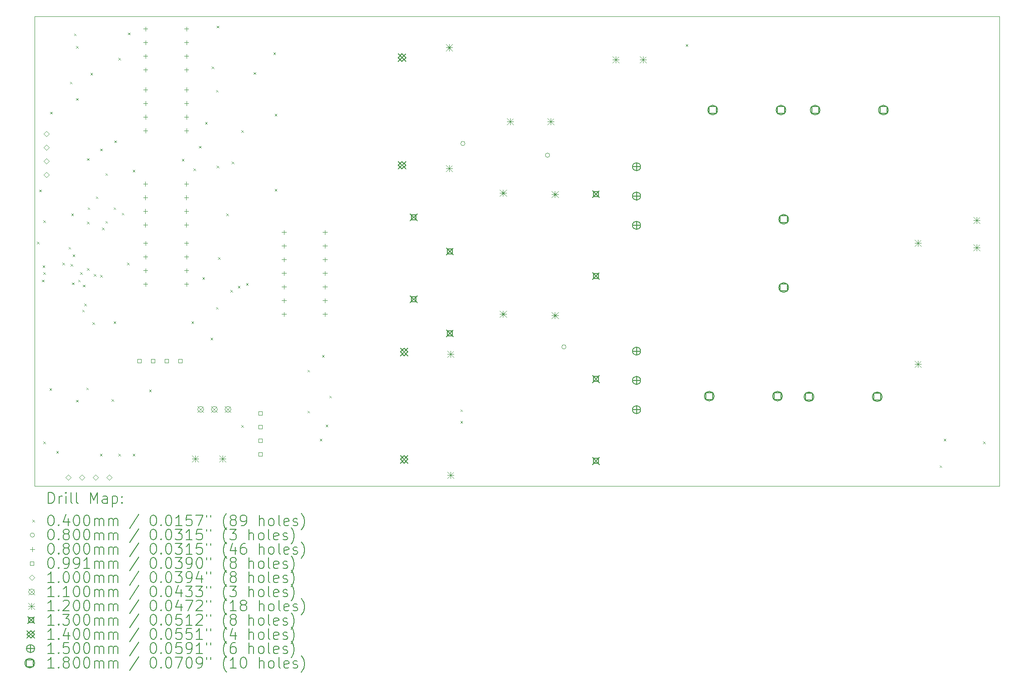
<source format=gbr>
%TF.GenerationSoftware,KiCad,Pcbnew,(6.0.8)*%
%TF.CreationDate,2024-04-13T01:58:22+05:30*%
%TF.ProjectId,Lu_Testing,4c755f54-6573-4746-996e-672e6b696361,rev?*%
%TF.SameCoordinates,Original*%
%TF.FileFunction,Drillmap*%
%TF.FilePolarity,Positive*%
%FSLAX45Y45*%
G04 Gerber Fmt 4.5, Leading zero omitted, Abs format (unit mm)*
G04 Created by KiCad (PCBNEW (6.0.8)) date 2024-04-13 01:58:22*
%MOMM*%
%LPD*%
G01*
G04 APERTURE LIST*
%ADD10C,0.100000*%
%ADD11C,0.200000*%
%ADD12C,0.040000*%
%ADD13C,0.080000*%
%ADD14C,0.099060*%
%ADD15C,0.110000*%
%ADD16C,0.120000*%
%ADD17C,0.130000*%
%ADD18C,0.140000*%
%ADD19C,0.150000*%
%ADD20C,0.180000*%
G04 APERTURE END LIST*
D10*
X25654000Y-1993900D02*
X7708900Y-1993900D01*
X7708900Y-1993900D02*
X7708900Y-10731500D01*
X7708900Y-10731500D02*
X25654000Y-10731500D01*
X25654000Y-10731500D02*
X25654000Y-1993900D01*
D11*
D12*
X7749463Y-6184737D02*
X7789463Y-6224737D01*
X7789463Y-6184737D02*
X7749463Y-6224737D01*
X7790500Y-5212400D02*
X7830500Y-5252400D01*
X7830500Y-5212400D02*
X7790500Y-5252400D01*
X7841300Y-6888800D02*
X7881300Y-6928800D01*
X7881300Y-6888800D02*
X7841300Y-6928800D01*
X7854000Y-6622100D02*
X7894000Y-6662100D01*
X7894000Y-6622100D02*
X7854000Y-6662100D01*
X7866700Y-5783900D02*
X7906700Y-5823900D01*
X7906700Y-5783900D02*
X7866700Y-5823900D01*
X7866700Y-6749100D02*
X7906700Y-6789100D01*
X7906700Y-6749100D02*
X7866700Y-6789100D01*
X7866700Y-9898700D02*
X7906700Y-9938700D01*
X7906700Y-9898700D02*
X7866700Y-9938700D01*
X7981000Y-8908100D02*
X8021000Y-8948100D01*
X8021000Y-8908100D02*
X7981000Y-8948100D01*
X7993700Y-3764600D02*
X8033700Y-3804600D01*
X8033700Y-3764600D02*
X7993700Y-3804600D01*
X8108000Y-10076500D02*
X8148000Y-10116500D01*
X8148000Y-10076500D02*
X8108000Y-10116500D01*
X8222300Y-6571300D02*
X8262300Y-6611300D01*
X8262300Y-6571300D02*
X8222300Y-6611300D01*
X8336600Y-6279200D02*
X8376600Y-6319200D01*
X8376600Y-6279200D02*
X8336600Y-6319200D01*
X8362000Y-3205800D02*
X8402000Y-3245800D01*
X8402000Y-3205800D02*
X8362000Y-3245800D01*
X8374700Y-6596700D02*
X8414700Y-6636700D01*
X8414700Y-6596700D02*
X8374700Y-6636700D01*
X8387400Y-5656900D02*
X8427400Y-5696900D01*
X8427400Y-5656900D02*
X8387400Y-5696900D01*
X8400100Y-6939600D02*
X8440100Y-6979600D01*
X8440100Y-6939600D02*
X8400100Y-6979600D01*
X8412800Y-6418900D02*
X8452800Y-6458900D01*
X8452800Y-6418900D02*
X8412800Y-6458900D01*
X8438200Y-2310150D02*
X8478200Y-2350150D01*
X8478200Y-2310150D02*
X8438200Y-2350150D01*
X8476300Y-2539950D02*
X8516300Y-2579950D01*
X8516300Y-2539950D02*
X8476300Y-2579950D01*
X8476300Y-3510600D02*
X8516300Y-3550600D01*
X8516300Y-3510600D02*
X8476300Y-3550600D01*
X8476300Y-9124000D02*
X8516300Y-9164000D01*
X8516300Y-9124000D02*
X8476300Y-9164000D01*
X8514400Y-6888800D02*
X8554400Y-6928800D01*
X8554400Y-6888800D02*
X8514400Y-6928800D01*
X8552500Y-6749100D02*
X8592500Y-6789100D01*
X8592500Y-6749100D02*
X8552500Y-6789100D01*
X8590600Y-7447600D02*
X8630600Y-7487600D01*
X8630600Y-7447600D02*
X8590600Y-7487600D01*
X8603300Y-6983950D02*
X8643300Y-7023950D01*
X8643300Y-6983950D02*
X8603300Y-7023950D01*
X8628700Y-7333300D02*
X8668700Y-7373300D01*
X8668700Y-7333300D02*
X8628700Y-7373300D01*
X8666800Y-8895400D02*
X8706800Y-8935400D01*
X8706800Y-8895400D02*
X8666800Y-8935400D01*
X8679500Y-4628200D02*
X8719500Y-4668200D01*
X8719500Y-4628200D02*
X8679500Y-4668200D01*
X8679500Y-5809300D02*
X8719500Y-5849300D01*
X8719500Y-5809300D02*
X8679500Y-5849300D01*
X8679500Y-6672900D02*
X8719500Y-6712900D01*
X8719500Y-6672900D02*
X8679500Y-6712900D01*
X8692200Y-5542600D02*
X8732200Y-5582600D01*
X8732200Y-5542600D02*
X8692200Y-5582600D01*
X8743000Y-3040700D02*
X8783000Y-3080700D01*
X8783000Y-3040700D02*
X8743000Y-3080700D01*
X8780000Y-7680000D02*
X8820000Y-7720000D01*
X8820000Y-7680000D02*
X8780000Y-7720000D01*
X8804327Y-6785337D02*
X8844327Y-6825337D01*
X8844327Y-6785337D02*
X8804327Y-6825337D01*
X8844600Y-5339400D02*
X8884600Y-5379400D01*
X8884600Y-5339400D02*
X8844600Y-5379400D01*
X8920800Y-10127300D02*
X8960800Y-10167300D01*
X8960800Y-10127300D02*
X8920800Y-10167300D01*
X8923113Y-6802007D02*
X8963113Y-6842007D01*
X8963113Y-6802007D02*
X8923113Y-6842007D01*
X8925950Y-4450400D02*
X8965950Y-4490400D01*
X8965950Y-4450400D02*
X8925950Y-4490400D01*
X8961323Y-5918564D02*
X9001323Y-5958564D01*
X9001323Y-5918564D02*
X8961323Y-5958564D01*
X9022400Y-4907600D02*
X9062400Y-4947600D01*
X9062400Y-4907600D02*
X9022400Y-4947600D01*
X9022400Y-5796600D02*
X9062400Y-5836600D01*
X9062400Y-5796600D02*
X9022400Y-5836600D01*
X9136700Y-9111300D02*
X9176700Y-9151300D01*
X9176700Y-9111300D02*
X9136700Y-9151300D01*
X9174800Y-5542600D02*
X9214800Y-5582600D01*
X9214800Y-5542600D02*
X9174800Y-5582600D01*
X9174800Y-7663500D02*
X9214800Y-7703500D01*
X9214800Y-7663500D02*
X9174800Y-7703500D01*
X9187500Y-4298000D02*
X9227500Y-4338000D01*
X9227500Y-4298000D02*
X9187500Y-4338000D01*
X9263700Y-2761300D02*
X9303700Y-2801300D01*
X9303700Y-2761300D02*
X9263700Y-2801300D01*
X9263700Y-10127300D02*
X9303700Y-10167300D01*
X9303700Y-10127300D02*
X9263700Y-10167300D01*
X9327200Y-5644200D02*
X9367200Y-5684200D01*
X9367200Y-5644200D02*
X9327200Y-5684200D01*
X9425195Y-6571300D02*
X9465195Y-6611300D01*
X9465195Y-6571300D02*
X9425195Y-6611300D01*
X9441500Y-2291400D02*
X9481500Y-2331400D01*
X9481500Y-2291400D02*
X9441500Y-2331400D01*
X9530400Y-4844100D02*
X9570400Y-4884100D01*
X9570400Y-4844100D02*
X9530400Y-4884100D01*
X9530400Y-10127300D02*
X9570400Y-10167300D01*
X9570400Y-10127300D02*
X9530400Y-10167300D01*
X9835200Y-8933500D02*
X9875200Y-8973500D01*
X9875200Y-8933500D02*
X9835200Y-8973500D01*
X10444800Y-4640900D02*
X10484800Y-4680900D01*
X10484800Y-4640900D02*
X10444800Y-4680900D01*
X10622600Y-7663500D02*
X10662600Y-7703500D01*
X10662600Y-7663500D02*
X10622600Y-7703500D01*
X10660700Y-4818700D02*
X10700700Y-4858700D01*
X10700700Y-4818700D02*
X10660700Y-4858700D01*
X10762300Y-4399600D02*
X10802300Y-4439600D01*
X10802300Y-4399600D02*
X10762300Y-4439600D01*
X10825800Y-6841442D02*
X10865800Y-6881442D01*
X10865800Y-6841442D02*
X10825800Y-6881442D01*
X10876600Y-3958542D02*
X10916600Y-3998542D01*
X10916600Y-3958542D02*
X10876600Y-3998542D01*
X10978200Y-7968300D02*
X11018200Y-8008300D01*
X11018200Y-7968300D02*
X10978200Y-8008300D01*
X10999860Y-2922550D02*
X11039860Y-2962550D01*
X11039860Y-2922550D02*
X10999860Y-2962550D01*
X11079800Y-3358200D02*
X11119800Y-3398200D01*
X11119800Y-3358200D02*
X11079800Y-3398200D01*
X11079800Y-7396800D02*
X11119800Y-7436800D01*
X11119800Y-7396800D02*
X11079800Y-7436800D01*
X11092500Y-2164400D02*
X11132500Y-2204400D01*
X11132500Y-2164400D02*
X11092500Y-2204400D01*
X11092500Y-4767900D02*
X11132500Y-4807900D01*
X11132500Y-4767900D02*
X11092500Y-4807900D01*
X11117900Y-6469700D02*
X11157900Y-6509700D01*
X11157900Y-6469700D02*
X11117900Y-6509700D01*
X11270300Y-5656900D02*
X11310300Y-5696900D01*
X11310300Y-5656900D02*
X11270300Y-5696900D01*
X11346500Y-7079300D02*
X11386500Y-7119300D01*
X11386500Y-7079300D02*
X11346500Y-7119300D01*
X11371900Y-4691700D02*
X11411900Y-4731700D01*
X11411900Y-4691700D02*
X11371900Y-4731700D01*
X11486200Y-7003100D02*
X11526200Y-7043100D01*
X11526200Y-7003100D02*
X11486200Y-7043100D01*
X11549700Y-4107500D02*
X11589700Y-4147500D01*
X11589700Y-4107500D02*
X11549700Y-4147500D01*
X11549700Y-9593900D02*
X11589700Y-9633900D01*
X11589700Y-9593900D02*
X11549700Y-9633900D01*
X11638600Y-6952300D02*
X11678600Y-6992300D01*
X11678600Y-6952300D02*
X11638600Y-6992300D01*
X11778300Y-3028000D02*
X11818300Y-3068000D01*
X11818300Y-3028000D02*
X11778300Y-3068000D01*
X12146600Y-2659700D02*
X12186600Y-2699700D01*
X12186600Y-2659700D02*
X12146600Y-2699700D01*
X12172000Y-3802700D02*
X12212000Y-3842700D01*
X12212000Y-3802700D02*
X12172000Y-3842700D01*
X12172000Y-5199700D02*
X12212000Y-5239700D01*
X12212000Y-5199700D02*
X12172000Y-5239700D01*
X12781600Y-8565200D02*
X12821600Y-8605200D01*
X12821600Y-8565200D02*
X12781600Y-8605200D01*
X12781600Y-9327200D02*
X12821600Y-9367200D01*
X12821600Y-9327200D02*
X12781600Y-9367200D01*
X13010200Y-9847900D02*
X13050200Y-9887900D01*
X13050200Y-9847900D02*
X13010200Y-9887900D01*
X13053531Y-8289419D02*
X13093531Y-8329419D01*
X13093531Y-8289419D02*
X13053531Y-8329419D01*
X13119403Y-9585424D02*
X13159403Y-9625424D01*
X13159403Y-9585424D02*
X13119403Y-9625424D01*
X13188000Y-9047800D02*
X13228000Y-9087800D01*
X13228000Y-9047800D02*
X13188000Y-9087800D01*
X15626400Y-9301800D02*
X15666400Y-9341800D01*
X15666400Y-9301800D02*
X15626400Y-9341800D01*
X15626400Y-9517700D02*
X15666400Y-9557700D01*
X15666400Y-9517700D02*
X15626400Y-9557700D01*
X19817400Y-2507300D02*
X19857400Y-2547300D01*
X19857400Y-2507300D02*
X19817400Y-2547300D01*
X24541800Y-10343200D02*
X24581800Y-10383200D01*
X24581800Y-10343200D02*
X24541800Y-10383200D01*
X24618000Y-9847900D02*
X24658000Y-9887900D01*
X24658000Y-9847900D02*
X24618000Y-9887900D01*
X25353050Y-9900250D02*
X25393050Y-9940250D01*
X25393050Y-9900250D02*
X25353050Y-9940250D01*
D13*
X15711800Y-4356100D02*
G75*
G03*
X15711800Y-4356100I-40000J0D01*
G01*
X17286600Y-4572000D02*
G75*
G03*
X17286600Y-4572000I-40000J0D01*
G01*
X17591400Y-8140700D02*
G75*
G03*
X17591400Y-8140700I-40000J0D01*
G01*
X9766300Y-5065400D02*
X9766300Y-5145400D01*
X9726300Y-5105400D02*
X9806300Y-5105400D01*
X9766300Y-5319400D02*
X9766300Y-5399400D01*
X9726300Y-5359400D02*
X9806300Y-5359400D01*
X9766300Y-5573400D02*
X9766300Y-5653400D01*
X9726300Y-5613400D02*
X9806300Y-5613400D01*
X9766300Y-5827400D02*
X9766300Y-5907400D01*
X9726300Y-5867400D02*
X9806300Y-5867400D01*
X9767300Y-2183500D02*
X9767300Y-2263500D01*
X9727300Y-2223500D02*
X9807300Y-2223500D01*
X9767300Y-2437500D02*
X9767300Y-2517500D01*
X9727300Y-2477500D02*
X9807300Y-2477500D01*
X9767300Y-2691500D02*
X9767300Y-2771500D01*
X9727300Y-2731500D02*
X9807300Y-2731500D01*
X9767300Y-2945500D02*
X9767300Y-3025500D01*
X9727300Y-2985500D02*
X9807300Y-2985500D01*
X9767300Y-3313800D02*
X9767300Y-3393800D01*
X9727300Y-3353800D02*
X9807300Y-3353800D01*
X9767300Y-3567800D02*
X9767300Y-3647800D01*
X9727300Y-3607800D02*
X9807300Y-3607800D01*
X9767300Y-3821800D02*
X9767300Y-3901800D01*
X9727300Y-3861800D02*
X9807300Y-3861800D01*
X9767300Y-4075800D02*
X9767300Y-4155800D01*
X9727300Y-4115800D02*
X9807300Y-4115800D01*
X9767300Y-6171300D02*
X9767300Y-6251300D01*
X9727300Y-6211300D02*
X9807300Y-6211300D01*
X9767300Y-6425300D02*
X9767300Y-6505300D01*
X9727300Y-6465300D02*
X9807300Y-6465300D01*
X9767300Y-6679300D02*
X9767300Y-6759300D01*
X9727300Y-6719300D02*
X9807300Y-6719300D01*
X9767300Y-6933300D02*
X9767300Y-7013300D01*
X9727300Y-6973300D02*
X9807300Y-6973300D01*
X10528300Y-5065400D02*
X10528300Y-5145400D01*
X10488300Y-5105400D02*
X10568300Y-5105400D01*
X10528300Y-5319400D02*
X10528300Y-5399400D01*
X10488300Y-5359400D02*
X10568300Y-5359400D01*
X10528300Y-5573400D02*
X10528300Y-5653400D01*
X10488300Y-5613400D02*
X10568300Y-5613400D01*
X10528300Y-5827400D02*
X10528300Y-5907400D01*
X10488300Y-5867400D02*
X10568300Y-5867400D01*
X10529300Y-2183500D02*
X10529300Y-2263500D01*
X10489300Y-2223500D02*
X10569300Y-2223500D01*
X10529300Y-2437500D02*
X10529300Y-2517500D01*
X10489300Y-2477500D02*
X10569300Y-2477500D01*
X10529300Y-2691500D02*
X10529300Y-2771500D01*
X10489300Y-2731500D02*
X10569300Y-2731500D01*
X10529300Y-2945500D02*
X10529300Y-3025500D01*
X10489300Y-2985500D02*
X10569300Y-2985500D01*
X10529300Y-3313800D02*
X10529300Y-3393800D01*
X10489300Y-3353800D02*
X10569300Y-3353800D01*
X10529300Y-3567800D02*
X10529300Y-3647800D01*
X10489300Y-3607800D02*
X10569300Y-3607800D01*
X10529300Y-3821800D02*
X10529300Y-3901800D01*
X10489300Y-3861800D02*
X10569300Y-3861800D01*
X10529300Y-4075800D02*
X10529300Y-4155800D01*
X10489300Y-4115800D02*
X10569300Y-4115800D01*
X10529300Y-6171300D02*
X10529300Y-6251300D01*
X10489300Y-6211300D02*
X10569300Y-6211300D01*
X10529300Y-6425300D02*
X10529300Y-6505300D01*
X10489300Y-6465300D02*
X10569300Y-6465300D01*
X10529300Y-6679300D02*
X10529300Y-6759300D01*
X10489300Y-6719300D02*
X10569300Y-6719300D01*
X10529300Y-6933300D02*
X10529300Y-7013300D01*
X10489300Y-6973300D02*
X10569300Y-6973300D01*
X12344400Y-5967100D02*
X12344400Y-6047100D01*
X12304400Y-6007100D02*
X12384400Y-6007100D01*
X12344400Y-6221100D02*
X12344400Y-6301100D01*
X12304400Y-6261100D02*
X12384400Y-6261100D01*
X12344400Y-6475100D02*
X12344400Y-6555100D01*
X12304400Y-6515100D02*
X12384400Y-6515100D01*
X12344400Y-6729100D02*
X12344400Y-6809100D01*
X12304400Y-6769100D02*
X12384400Y-6769100D01*
X12344400Y-6983100D02*
X12344400Y-7063100D01*
X12304400Y-7023100D02*
X12384400Y-7023100D01*
X12344400Y-7237100D02*
X12344400Y-7317100D01*
X12304400Y-7277100D02*
X12384400Y-7277100D01*
X12344400Y-7491100D02*
X12344400Y-7571100D01*
X12304400Y-7531100D02*
X12384400Y-7531100D01*
X13106400Y-5967100D02*
X13106400Y-6047100D01*
X13066400Y-6007100D02*
X13146400Y-6007100D01*
X13106400Y-6221100D02*
X13106400Y-6301100D01*
X13066400Y-6261100D02*
X13146400Y-6261100D01*
X13106400Y-6475100D02*
X13106400Y-6555100D01*
X13066400Y-6515100D02*
X13146400Y-6515100D01*
X13106400Y-6729100D02*
X13106400Y-6809100D01*
X13066400Y-6769100D02*
X13146400Y-6769100D01*
X13106400Y-6983100D02*
X13106400Y-7063100D01*
X13066400Y-7023100D02*
X13146400Y-7023100D01*
X13106400Y-7237100D02*
X13106400Y-7317100D01*
X13066400Y-7277100D02*
X13146400Y-7277100D01*
X13106400Y-7491100D02*
X13106400Y-7571100D01*
X13066400Y-7531100D02*
X13146400Y-7531100D01*
D14*
X9687023Y-8434803D02*
X9687023Y-8364757D01*
X9616977Y-8364757D01*
X9616977Y-8434803D01*
X9687023Y-8434803D01*
X9941023Y-8434803D02*
X9941023Y-8364757D01*
X9870977Y-8364757D01*
X9870977Y-8434803D01*
X9941023Y-8434803D01*
X10195023Y-8434803D02*
X10195023Y-8364757D01*
X10124977Y-8364757D01*
X10124977Y-8434803D01*
X10195023Y-8434803D01*
X10449023Y-8434803D02*
X10449023Y-8364757D01*
X10378977Y-8364757D01*
X10378977Y-8434803D01*
X10449023Y-8434803D01*
X11940003Y-9407623D02*
X11940003Y-9337577D01*
X11869957Y-9337577D01*
X11869957Y-9407623D01*
X11940003Y-9407623D01*
X11940003Y-9661623D02*
X11940003Y-9591577D01*
X11869957Y-9591577D01*
X11869957Y-9661623D01*
X11940003Y-9661623D01*
X11940003Y-9915623D02*
X11940003Y-9845577D01*
X11869957Y-9845577D01*
X11869957Y-9915623D01*
X11940003Y-9915623D01*
X11940003Y-10169623D02*
X11940003Y-10099577D01*
X11869957Y-10099577D01*
X11869957Y-10169623D01*
X11940003Y-10169623D01*
D10*
X7924800Y-4228300D02*
X7974800Y-4178300D01*
X7924800Y-4128300D01*
X7874800Y-4178300D01*
X7924800Y-4228300D01*
X7924800Y-4482300D02*
X7974800Y-4432300D01*
X7924800Y-4382300D01*
X7874800Y-4432300D01*
X7924800Y-4482300D01*
X7924800Y-4736300D02*
X7974800Y-4686300D01*
X7924800Y-4636300D01*
X7874800Y-4686300D01*
X7924800Y-4736300D01*
X7924800Y-4990300D02*
X7974800Y-4940300D01*
X7924800Y-4890300D01*
X7874800Y-4940300D01*
X7924800Y-4990300D01*
X8332200Y-10616400D02*
X8382200Y-10566400D01*
X8332200Y-10516400D01*
X8282200Y-10566400D01*
X8332200Y-10616400D01*
X8586200Y-10616400D02*
X8636200Y-10566400D01*
X8586200Y-10516400D01*
X8536200Y-10566400D01*
X8586200Y-10616400D01*
X8840200Y-10616400D02*
X8890200Y-10566400D01*
X8840200Y-10516400D01*
X8790200Y-10566400D01*
X8840200Y-10616400D01*
X9094200Y-10616400D02*
X9144200Y-10566400D01*
X9094200Y-10516400D01*
X9044200Y-10566400D01*
X9094200Y-10616400D01*
D15*
X10740000Y-9247000D02*
X10850000Y-9357000D01*
X10850000Y-9247000D02*
X10740000Y-9357000D01*
X10850000Y-9302000D02*
G75*
G03*
X10850000Y-9302000I-55000J0D01*
G01*
X10994000Y-9247000D02*
X11104000Y-9357000D01*
X11104000Y-9247000D02*
X10994000Y-9357000D01*
X11104000Y-9302000D02*
G75*
G03*
X11104000Y-9302000I-55000J0D01*
G01*
X11248000Y-9247000D02*
X11358000Y-9357000D01*
X11358000Y-9247000D02*
X11248000Y-9357000D01*
X11358000Y-9302000D02*
G75*
G03*
X11358000Y-9302000I-55000J0D01*
G01*
D16*
X10635150Y-10161550D02*
X10755150Y-10281550D01*
X10755150Y-10161550D02*
X10635150Y-10281550D01*
X10695150Y-10161550D02*
X10695150Y-10281550D01*
X10635150Y-10221550D02*
X10755150Y-10221550D01*
X11143150Y-10161550D02*
X11263150Y-10281550D01*
X11263150Y-10161550D02*
X11143150Y-10281550D01*
X11203150Y-10161550D02*
X11203150Y-10281550D01*
X11143150Y-10221550D02*
X11263150Y-10221550D01*
X15357800Y-2510700D02*
X15477800Y-2630700D01*
X15477800Y-2510700D02*
X15357800Y-2630700D01*
X15417800Y-2510700D02*
X15417800Y-2630700D01*
X15357800Y-2570700D02*
X15477800Y-2570700D01*
X15357800Y-4760700D02*
X15477800Y-4880700D01*
X15477800Y-4760700D02*
X15357800Y-4880700D01*
X15417800Y-4760700D02*
X15417800Y-4880700D01*
X15357800Y-4820700D02*
X15477800Y-4820700D01*
X15383200Y-8213000D02*
X15503200Y-8333000D01*
X15503200Y-8213000D02*
X15383200Y-8333000D01*
X15443200Y-8213000D02*
X15443200Y-8333000D01*
X15383200Y-8273000D02*
X15503200Y-8273000D01*
X15383200Y-10463000D02*
X15503200Y-10583000D01*
X15503200Y-10463000D02*
X15383200Y-10583000D01*
X15443200Y-10463000D02*
X15443200Y-10583000D01*
X15383200Y-10523000D02*
X15503200Y-10523000D01*
X16361100Y-5215800D02*
X16481100Y-5335800D01*
X16481100Y-5215800D02*
X16361100Y-5335800D01*
X16421100Y-5215800D02*
X16421100Y-5335800D01*
X16361100Y-5275800D02*
X16481100Y-5275800D01*
X16361100Y-7465800D02*
X16481100Y-7585800D01*
X16481100Y-7465800D02*
X16361100Y-7585800D01*
X16421100Y-7465800D02*
X16421100Y-7585800D01*
X16361100Y-7525800D02*
X16481100Y-7525800D01*
X16492425Y-3889700D02*
X16612425Y-4009700D01*
X16612425Y-3889700D02*
X16492425Y-4009700D01*
X16552425Y-3889700D02*
X16552425Y-4009700D01*
X16492425Y-3949700D02*
X16612425Y-3949700D01*
X17242425Y-3889700D02*
X17362425Y-4009700D01*
X17362425Y-3889700D02*
X17242425Y-4009700D01*
X17302425Y-3889700D02*
X17302425Y-4009700D01*
X17242425Y-3949700D02*
X17362425Y-3949700D01*
X17326300Y-5241200D02*
X17446300Y-5361200D01*
X17446300Y-5241200D02*
X17326300Y-5361200D01*
X17386300Y-5241200D02*
X17386300Y-5361200D01*
X17326300Y-5301200D02*
X17446300Y-5301200D01*
X17326300Y-7491200D02*
X17446300Y-7611200D01*
X17446300Y-7491200D02*
X17326300Y-7611200D01*
X17386300Y-7491200D02*
X17386300Y-7611200D01*
X17326300Y-7551200D02*
X17446300Y-7551200D01*
X18458350Y-2732050D02*
X18578350Y-2852050D01*
X18578350Y-2732050D02*
X18458350Y-2852050D01*
X18518350Y-2732050D02*
X18518350Y-2852050D01*
X18458350Y-2792050D02*
X18578350Y-2792050D01*
X18966350Y-2732050D02*
X19086350Y-2852050D01*
X19086350Y-2732050D02*
X18966350Y-2852050D01*
X19026350Y-2732050D02*
X19026350Y-2852050D01*
X18966350Y-2792050D02*
X19086350Y-2792050D01*
X24080950Y-6148200D02*
X24200950Y-6268200D01*
X24200950Y-6148200D02*
X24080950Y-6268200D01*
X24140950Y-6148200D02*
X24140950Y-6268200D01*
X24080950Y-6208200D02*
X24200950Y-6208200D01*
X24080950Y-8398200D02*
X24200950Y-8518200D01*
X24200950Y-8398200D02*
X24080950Y-8518200D01*
X24140950Y-8398200D02*
X24140950Y-8518200D01*
X24080950Y-8458200D02*
X24200950Y-8458200D01*
X25171200Y-5722050D02*
X25291200Y-5842050D01*
X25291200Y-5722050D02*
X25171200Y-5842050D01*
X25231200Y-5722050D02*
X25231200Y-5842050D01*
X25171200Y-5782050D02*
X25291200Y-5782050D01*
X25171200Y-6230050D02*
X25291200Y-6350050D01*
X25291200Y-6230050D02*
X25171200Y-6350050D01*
X25231200Y-6230050D02*
X25231200Y-6350050D01*
X25171200Y-6290050D02*
X25291200Y-6290050D01*
D17*
X14692400Y-5662700D02*
X14822400Y-5792700D01*
X14822400Y-5662700D02*
X14692400Y-5792700D01*
X14803362Y-5773662D02*
X14803362Y-5681738D01*
X14711438Y-5681738D01*
X14711438Y-5773662D01*
X14803362Y-5773662D01*
X14692400Y-7186700D02*
X14822400Y-7316700D01*
X14822400Y-7186700D02*
X14692400Y-7316700D01*
X14803362Y-7297662D02*
X14803362Y-7205738D01*
X14711438Y-7205738D01*
X14711438Y-7297662D01*
X14803362Y-7297662D01*
X15365500Y-6297700D02*
X15495500Y-6427700D01*
X15495500Y-6297700D02*
X15365500Y-6427700D01*
X15476462Y-6408662D02*
X15476462Y-6316738D01*
X15384538Y-6316738D01*
X15384538Y-6408662D01*
X15476462Y-6408662D01*
X15365500Y-7821700D02*
X15495500Y-7951700D01*
X15495500Y-7821700D02*
X15365500Y-7951700D01*
X15476462Y-7932662D02*
X15476462Y-7840738D01*
X15384538Y-7840738D01*
X15384538Y-7932662D01*
X15476462Y-7932662D01*
X18083300Y-5230900D02*
X18213300Y-5360900D01*
X18213300Y-5230900D02*
X18083300Y-5360900D01*
X18194262Y-5341862D02*
X18194262Y-5249938D01*
X18102338Y-5249938D01*
X18102338Y-5341862D01*
X18194262Y-5341862D01*
X18083300Y-6754900D02*
X18213300Y-6884900D01*
X18213300Y-6754900D02*
X18083300Y-6884900D01*
X18194262Y-6865862D02*
X18194262Y-6773938D01*
X18102338Y-6773938D01*
X18102338Y-6865862D01*
X18194262Y-6865862D01*
X18083300Y-8672600D02*
X18213300Y-8802600D01*
X18213300Y-8672600D02*
X18083300Y-8802600D01*
X18194262Y-8783562D02*
X18194262Y-8691638D01*
X18102338Y-8691638D01*
X18102338Y-8783562D01*
X18194262Y-8783562D01*
X18083300Y-10196600D02*
X18213300Y-10326600D01*
X18213300Y-10196600D02*
X18083300Y-10326600D01*
X18194262Y-10307562D02*
X18194262Y-10215638D01*
X18102338Y-10215638D01*
X18102338Y-10307562D01*
X18194262Y-10307562D01*
D18*
X14471500Y-2689200D02*
X14611500Y-2829200D01*
X14611500Y-2689200D02*
X14471500Y-2829200D01*
X14541500Y-2829200D02*
X14611500Y-2759200D01*
X14541500Y-2689200D01*
X14471500Y-2759200D01*
X14541500Y-2829200D01*
X14471500Y-4689200D02*
X14611500Y-4829200D01*
X14611500Y-4689200D02*
X14471500Y-4829200D01*
X14541500Y-4829200D02*
X14611500Y-4759200D01*
X14541500Y-4689200D01*
X14471500Y-4759200D01*
X14541500Y-4829200D01*
X14509600Y-8162900D02*
X14649600Y-8302900D01*
X14649600Y-8162900D02*
X14509600Y-8302900D01*
X14579600Y-8302900D02*
X14649600Y-8232900D01*
X14579600Y-8162900D01*
X14509600Y-8232900D01*
X14579600Y-8302900D01*
X14509600Y-10162900D02*
X14649600Y-10302900D01*
X14649600Y-10162900D02*
X14509600Y-10302900D01*
X14579600Y-10302900D02*
X14649600Y-10232900D01*
X14579600Y-10162900D01*
X14509600Y-10232900D01*
X14579600Y-10302900D01*
D19*
X18902900Y-4712900D02*
X18902900Y-4862900D01*
X18827900Y-4787900D02*
X18977900Y-4787900D01*
X18977900Y-4787900D02*
G75*
G03*
X18977900Y-4787900I-75000J0D01*
G01*
X18902900Y-5257900D02*
X18902900Y-5407900D01*
X18827900Y-5332900D02*
X18977900Y-5332900D01*
X18977900Y-5332900D02*
G75*
G03*
X18977900Y-5332900I-75000J0D01*
G01*
X18902900Y-5802900D02*
X18902900Y-5952900D01*
X18827900Y-5877900D02*
X18977900Y-5877900D01*
X18977900Y-5877900D02*
G75*
G03*
X18977900Y-5877900I-75000J0D01*
G01*
X18902900Y-8143000D02*
X18902900Y-8293000D01*
X18827900Y-8218000D02*
X18977900Y-8218000D01*
X18977900Y-8218000D02*
G75*
G03*
X18977900Y-8218000I-75000J0D01*
G01*
X18902900Y-8688000D02*
X18902900Y-8838000D01*
X18827900Y-8763000D02*
X18977900Y-8763000D01*
X18977900Y-8763000D02*
G75*
G03*
X18977900Y-8763000I-75000J0D01*
G01*
X18902900Y-9233000D02*
X18902900Y-9383000D01*
X18827900Y-9308000D02*
X18977900Y-9308000D01*
X18977900Y-9308000D02*
G75*
G03*
X18977900Y-9308000I-75000J0D01*
G01*
D20*
X20319640Y-9119940D02*
X20319640Y-8992660D01*
X20192360Y-8992660D01*
X20192360Y-9119940D01*
X20319640Y-9119940D01*
X20346000Y-9056300D02*
G75*
G03*
X20346000Y-9056300I-90000J0D01*
G01*
X20383640Y-3797440D02*
X20383640Y-3670160D01*
X20256360Y-3670160D01*
X20256360Y-3797440D01*
X20383640Y-3797440D01*
X20410000Y-3733800D02*
G75*
G03*
X20410000Y-3733800I-90000J0D01*
G01*
X21589640Y-9119940D02*
X21589640Y-8992660D01*
X21462360Y-8992660D01*
X21462360Y-9119940D01*
X21589640Y-9119940D01*
X21616000Y-9056300D02*
G75*
G03*
X21616000Y-9056300I-90000J0D01*
G01*
X21653640Y-3797440D02*
X21653640Y-3670160D01*
X21526360Y-3670160D01*
X21526360Y-3797440D01*
X21653640Y-3797440D01*
X21680000Y-3733800D02*
G75*
G03*
X21680000Y-3733800I-90000J0D01*
G01*
X21704440Y-5828940D02*
X21704440Y-5701660D01*
X21577160Y-5701660D01*
X21577160Y-5828940D01*
X21704440Y-5828940D01*
X21730800Y-5765300D02*
G75*
G03*
X21730800Y-5765300I-90000J0D01*
G01*
X21704440Y-7098940D02*
X21704440Y-6971660D01*
X21577160Y-6971660D01*
X21577160Y-7098940D01*
X21704440Y-7098940D01*
X21730800Y-7035300D02*
G75*
G03*
X21730800Y-7035300I-90000J0D01*
G01*
X22174340Y-9131440D02*
X22174340Y-9004160D01*
X22047060Y-9004160D01*
X22047060Y-9131440D01*
X22174340Y-9131440D01*
X22200700Y-9067800D02*
G75*
G03*
X22200700Y-9067800I-90000J0D01*
G01*
X22289140Y-3797440D02*
X22289140Y-3670160D01*
X22161860Y-3670160D01*
X22161860Y-3797440D01*
X22289140Y-3797440D01*
X22315500Y-3733800D02*
G75*
G03*
X22315500Y-3733800I-90000J0D01*
G01*
X23444340Y-9131440D02*
X23444340Y-9004160D01*
X23317060Y-9004160D01*
X23317060Y-9131440D01*
X23444340Y-9131440D01*
X23470700Y-9067800D02*
G75*
G03*
X23470700Y-9067800I-90000J0D01*
G01*
X23559140Y-3797440D02*
X23559140Y-3670160D01*
X23431860Y-3670160D01*
X23431860Y-3797440D01*
X23559140Y-3797440D01*
X23585500Y-3733800D02*
G75*
G03*
X23585500Y-3733800I-90000J0D01*
G01*
D11*
X7961519Y-11046976D02*
X7961519Y-10846976D01*
X8009138Y-10846976D01*
X8037709Y-10856500D01*
X8056757Y-10875548D01*
X8066281Y-10894595D01*
X8075805Y-10932690D01*
X8075805Y-10961262D01*
X8066281Y-10999357D01*
X8056757Y-11018405D01*
X8037709Y-11037452D01*
X8009138Y-11046976D01*
X7961519Y-11046976D01*
X8161519Y-11046976D02*
X8161519Y-10913643D01*
X8161519Y-10951738D02*
X8171043Y-10932690D01*
X8180567Y-10923167D01*
X8199614Y-10913643D01*
X8218662Y-10913643D01*
X8285328Y-11046976D02*
X8285328Y-10913643D01*
X8285328Y-10846976D02*
X8275805Y-10856500D01*
X8285328Y-10866024D01*
X8294852Y-10856500D01*
X8285328Y-10846976D01*
X8285328Y-10866024D01*
X8409138Y-11046976D02*
X8390090Y-11037452D01*
X8380567Y-11018405D01*
X8380567Y-10846976D01*
X8513900Y-11046976D02*
X8494852Y-11037452D01*
X8485329Y-11018405D01*
X8485329Y-10846976D01*
X8742471Y-11046976D02*
X8742471Y-10846976D01*
X8809138Y-10989833D01*
X8875805Y-10846976D01*
X8875805Y-11046976D01*
X9056757Y-11046976D02*
X9056757Y-10942214D01*
X9047233Y-10923167D01*
X9028186Y-10913643D01*
X8990090Y-10913643D01*
X8971043Y-10923167D01*
X9056757Y-11037452D02*
X9037710Y-11046976D01*
X8990090Y-11046976D01*
X8971043Y-11037452D01*
X8961519Y-11018405D01*
X8961519Y-10999357D01*
X8971043Y-10980310D01*
X8990090Y-10970786D01*
X9037710Y-10970786D01*
X9056757Y-10961262D01*
X9151995Y-10913643D02*
X9151995Y-11113643D01*
X9151995Y-10923167D02*
X9171043Y-10913643D01*
X9209138Y-10913643D01*
X9228186Y-10923167D01*
X9237710Y-10932690D01*
X9247233Y-10951738D01*
X9247233Y-11008881D01*
X9237710Y-11027929D01*
X9228186Y-11037452D01*
X9209138Y-11046976D01*
X9171043Y-11046976D01*
X9151995Y-11037452D01*
X9332948Y-11027929D02*
X9342471Y-11037452D01*
X9332948Y-11046976D01*
X9323424Y-11037452D01*
X9332948Y-11027929D01*
X9332948Y-11046976D01*
X9332948Y-10923167D02*
X9342471Y-10932690D01*
X9332948Y-10942214D01*
X9323424Y-10932690D01*
X9332948Y-10923167D01*
X9332948Y-10942214D01*
D12*
X7663900Y-11356500D02*
X7703900Y-11396500D01*
X7703900Y-11356500D02*
X7663900Y-11396500D01*
D11*
X7999614Y-11266976D02*
X8018662Y-11266976D01*
X8037709Y-11276500D01*
X8047233Y-11286024D01*
X8056757Y-11305071D01*
X8066281Y-11343167D01*
X8066281Y-11390786D01*
X8056757Y-11428881D01*
X8047233Y-11447928D01*
X8037709Y-11457452D01*
X8018662Y-11466976D01*
X7999614Y-11466976D01*
X7980567Y-11457452D01*
X7971043Y-11447928D01*
X7961519Y-11428881D01*
X7951995Y-11390786D01*
X7951995Y-11343167D01*
X7961519Y-11305071D01*
X7971043Y-11286024D01*
X7980567Y-11276500D01*
X7999614Y-11266976D01*
X8151995Y-11447928D02*
X8161519Y-11457452D01*
X8151995Y-11466976D01*
X8142471Y-11457452D01*
X8151995Y-11447928D01*
X8151995Y-11466976D01*
X8332948Y-11333643D02*
X8332948Y-11466976D01*
X8285328Y-11257452D02*
X8237709Y-11400309D01*
X8361519Y-11400309D01*
X8475805Y-11266976D02*
X8494852Y-11266976D01*
X8513900Y-11276500D01*
X8523424Y-11286024D01*
X8532948Y-11305071D01*
X8542471Y-11343167D01*
X8542471Y-11390786D01*
X8532948Y-11428881D01*
X8523424Y-11447928D01*
X8513900Y-11457452D01*
X8494852Y-11466976D01*
X8475805Y-11466976D01*
X8456757Y-11457452D01*
X8447233Y-11447928D01*
X8437710Y-11428881D01*
X8428186Y-11390786D01*
X8428186Y-11343167D01*
X8437710Y-11305071D01*
X8447233Y-11286024D01*
X8456757Y-11276500D01*
X8475805Y-11266976D01*
X8666281Y-11266976D02*
X8685329Y-11266976D01*
X8704376Y-11276500D01*
X8713900Y-11286024D01*
X8723424Y-11305071D01*
X8732948Y-11343167D01*
X8732948Y-11390786D01*
X8723424Y-11428881D01*
X8713900Y-11447928D01*
X8704376Y-11457452D01*
X8685329Y-11466976D01*
X8666281Y-11466976D01*
X8647233Y-11457452D01*
X8637710Y-11447928D01*
X8628186Y-11428881D01*
X8618662Y-11390786D01*
X8618662Y-11343167D01*
X8628186Y-11305071D01*
X8637710Y-11286024D01*
X8647233Y-11276500D01*
X8666281Y-11266976D01*
X8818662Y-11466976D02*
X8818662Y-11333643D01*
X8818662Y-11352690D02*
X8828186Y-11343167D01*
X8847233Y-11333643D01*
X8875805Y-11333643D01*
X8894852Y-11343167D01*
X8904376Y-11362214D01*
X8904376Y-11466976D01*
X8904376Y-11362214D02*
X8913900Y-11343167D01*
X8932948Y-11333643D01*
X8961519Y-11333643D01*
X8980567Y-11343167D01*
X8990090Y-11362214D01*
X8990090Y-11466976D01*
X9085329Y-11466976D02*
X9085329Y-11333643D01*
X9085329Y-11352690D02*
X9094852Y-11343167D01*
X9113900Y-11333643D01*
X9142471Y-11333643D01*
X9161519Y-11343167D01*
X9171043Y-11362214D01*
X9171043Y-11466976D01*
X9171043Y-11362214D02*
X9180567Y-11343167D01*
X9199614Y-11333643D01*
X9228186Y-11333643D01*
X9247233Y-11343167D01*
X9256757Y-11362214D01*
X9256757Y-11466976D01*
X9647233Y-11257452D02*
X9475805Y-11514595D01*
X9904376Y-11266976D02*
X9923424Y-11266976D01*
X9942471Y-11276500D01*
X9951995Y-11286024D01*
X9961519Y-11305071D01*
X9971043Y-11343167D01*
X9971043Y-11390786D01*
X9961519Y-11428881D01*
X9951995Y-11447928D01*
X9942471Y-11457452D01*
X9923424Y-11466976D01*
X9904376Y-11466976D01*
X9885329Y-11457452D01*
X9875805Y-11447928D01*
X9866281Y-11428881D01*
X9856757Y-11390786D01*
X9856757Y-11343167D01*
X9866281Y-11305071D01*
X9875805Y-11286024D01*
X9885329Y-11276500D01*
X9904376Y-11266976D01*
X10056757Y-11447928D02*
X10066281Y-11457452D01*
X10056757Y-11466976D01*
X10047233Y-11457452D01*
X10056757Y-11447928D01*
X10056757Y-11466976D01*
X10190090Y-11266976D02*
X10209138Y-11266976D01*
X10228186Y-11276500D01*
X10237710Y-11286024D01*
X10247233Y-11305071D01*
X10256757Y-11343167D01*
X10256757Y-11390786D01*
X10247233Y-11428881D01*
X10237710Y-11447928D01*
X10228186Y-11457452D01*
X10209138Y-11466976D01*
X10190090Y-11466976D01*
X10171043Y-11457452D01*
X10161519Y-11447928D01*
X10151995Y-11428881D01*
X10142471Y-11390786D01*
X10142471Y-11343167D01*
X10151995Y-11305071D01*
X10161519Y-11286024D01*
X10171043Y-11276500D01*
X10190090Y-11266976D01*
X10447233Y-11466976D02*
X10332948Y-11466976D01*
X10390090Y-11466976D02*
X10390090Y-11266976D01*
X10371043Y-11295548D01*
X10351995Y-11314595D01*
X10332948Y-11324119D01*
X10628186Y-11266976D02*
X10532948Y-11266976D01*
X10523424Y-11362214D01*
X10532948Y-11352690D01*
X10551995Y-11343167D01*
X10599614Y-11343167D01*
X10618662Y-11352690D01*
X10628186Y-11362214D01*
X10637710Y-11381262D01*
X10637710Y-11428881D01*
X10628186Y-11447928D01*
X10618662Y-11457452D01*
X10599614Y-11466976D01*
X10551995Y-11466976D01*
X10532948Y-11457452D01*
X10523424Y-11447928D01*
X10704376Y-11266976D02*
X10837710Y-11266976D01*
X10751995Y-11466976D01*
X10904376Y-11266976D02*
X10904376Y-11305071D01*
X10980567Y-11266976D02*
X10980567Y-11305071D01*
X11275805Y-11543167D02*
X11266281Y-11533643D01*
X11247233Y-11505071D01*
X11237709Y-11486024D01*
X11228186Y-11457452D01*
X11218662Y-11409833D01*
X11218662Y-11371738D01*
X11228186Y-11324119D01*
X11237709Y-11295548D01*
X11247233Y-11276500D01*
X11266281Y-11247928D01*
X11275805Y-11238405D01*
X11380567Y-11352690D02*
X11361519Y-11343167D01*
X11351995Y-11333643D01*
X11342471Y-11314595D01*
X11342471Y-11305071D01*
X11351995Y-11286024D01*
X11361519Y-11276500D01*
X11380567Y-11266976D01*
X11418662Y-11266976D01*
X11437709Y-11276500D01*
X11447233Y-11286024D01*
X11456757Y-11305071D01*
X11456757Y-11314595D01*
X11447233Y-11333643D01*
X11437709Y-11343167D01*
X11418662Y-11352690D01*
X11380567Y-11352690D01*
X11361519Y-11362214D01*
X11351995Y-11371738D01*
X11342471Y-11390786D01*
X11342471Y-11428881D01*
X11351995Y-11447928D01*
X11361519Y-11457452D01*
X11380567Y-11466976D01*
X11418662Y-11466976D01*
X11437709Y-11457452D01*
X11447233Y-11447928D01*
X11456757Y-11428881D01*
X11456757Y-11390786D01*
X11447233Y-11371738D01*
X11437709Y-11362214D01*
X11418662Y-11352690D01*
X11551995Y-11466976D02*
X11590090Y-11466976D01*
X11609138Y-11457452D01*
X11618662Y-11447928D01*
X11637709Y-11419357D01*
X11647233Y-11381262D01*
X11647233Y-11305071D01*
X11637709Y-11286024D01*
X11628186Y-11276500D01*
X11609138Y-11266976D01*
X11571043Y-11266976D01*
X11551995Y-11276500D01*
X11542471Y-11286024D01*
X11532948Y-11305071D01*
X11532948Y-11352690D01*
X11542471Y-11371738D01*
X11551995Y-11381262D01*
X11571043Y-11390786D01*
X11609138Y-11390786D01*
X11628186Y-11381262D01*
X11637709Y-11371738D01*
X11647233Y-11352690D01*
X11885328Y-11466976D02*
X11885328Y-11266976D01*
X11971043Y-11466976D02*
X11971043Y-11362214D01*
X11961519Y-11343167D01*
X11942471Y-11333643D01*
X11913900Y-11333643D01*
X11894852Y-11343167D01*
X11885328Y-11352690D01*
X12094852Y-11466976D02*
X12075805Y-11457452D01*
X12066281Y-11447928D01*
X12056757Y-11428881D01*
X12056757Y-11371738D01*
X12066281Y-11352690D01*
X12075805Y-11343167D01*
X12094852Y-11333643D01*
X12123424Y-11333643D01*
X12142471Y-11343167D01*
X12151995Y-11352690D01*
X12161519Y-11371738D01*
X12161519Y-11428881D01*
X12151995Y-11447928D01*
X12142471Y-11457452D01*
X12123424Y-11466976D01*
X12094852Y-11466976D01*
X12275805Y-11466976D02*
X12256757Y-11457452D01*
X12247233Y-11438405D01*
X12247233Y-11266976D01*
X12428186Y-11457452D02*
X12409138Y-11466976D01*
X12371043Y-11466976D01*
X12351995Y-11457452D01*
X12342471Y-11438405D01*
X12342471Y-11362214D01*
X12351995Y-11343167D01*
X12371043Y-11333643D01*
X12409138Y-11333643D01*
X12428186Y-11343167D01*
X12437709Y-11362214D01*
X12437709Y-11381262D01*
X12342471Y-11400309D01*
X12513900Y-11457452D02*
X12532948Y-11466976D01*
X12571043Y-11466976D01*
X12590090Y-11457452D01*
X12599614Y-11438405D01*
X12599614Y-11428881D01*
X12590090Y-11409833D01*
X12571043Y-11400309D01*
X12542471Y-11400309D01*
X12523424Y-11390786D01*
X12513900Y-11371738D01*
X12513900Y-11362214D01*
X12523424Y-11343167D01*
X12542471Y-11333643D01*
X12571043Y-11333643D01*
X12590090Y-11343167D01*
X12666281Y-11543167D02*
X12675805Y-11533643D01*
X12694852Y-11505071D01*
X12704376Y-11486024D01*
X12713900Y-11457452D01*
X12723424Y-11409833D01*
X12723424Y-11371738D01*
X12713900Y-11324119D01*
X12704376Y-11295548D01*
X12694852Y-11276500D01*
X12675805Y-11247928D01*
X12666281Y-11238405D01*
D13*
X7703900Y-11640500D02*
G75*
G03*
X7703900Y-11640500I-40000J0D01*
G01*
D11*
X7999614Y-11530976D02*
X8018662Y-11530976D01*
X8037709Y-11540500D01*
X8047233Y-11550024D01*
X8056757Y-11569071D01*
X8066281Y-11607167D01*
X8066281Y-11654786D01*
X8056757Y-11692881D01*
X8047233Y-11711928D01*
X8037709Y-11721452D01*
X8018662Y-11730976D01*
X7999614Y-11730976D01*
X7980567Y-11721452D01*
X7971043Y-11711928D01*
X7961519Y-11692881D01*
X7951995Y-11654786D01*
X7951995Y-11607167D01*
X7961519Y-11569071D01*
X7971043Y-11550024D01*
X7980567Y-11540500D01*
X7999614Y-11530976D01*
X8151995Y-11711928D02*
X8161519Y-11721452D01*
X8151995Y-11730976D01*
X8142471Y-11721452D01*
X8151995Y-11711928D01*
X8151995Y-11730976D01*
X8275805Y-11616690D02*
X8256757Y-11607167D01*
X8247233Y-11597643D01*
X8237709Y-11578595D01*
X8237709Y-11569071D01*
X8247233Y-11550024D01*
X8256757Y-11540500D01*
X8275805Y-11530976D01*
X8313900Y-11530976D01*
X8332948Y-11540500D01*
X8342471Y-11550024D01*
X8351995Y-11569071D01*
X8351995Y-11578595D01*
X8342471Y-11597643D01*
X8332948Y-11607167D01*
X8313900Y-11616690D01*
X8275805Y-11616690D01*
X8256757Y-11626214D01*
X8247233Y-11635738D01*
X8237709Y-11654786D01*
X8237709Y-11692881D01*
X8247233Y-11711928D01*
X8256757Y-11721452D01*
X8275805Y-11730976D01*
X8313900Y-11730976D01*
X8332948Y-11721452D01*
X8342471Y-11711928D01*
X8351995Y-11692881D01*
X8351995Y-11654786D01*
X8342471Y-11635738D01*
X8332948Y-11626214D01*
X8313900Y-11616690D01*
X8475805Y-11530976D02*
X8494852Y-11530976D01*
X8513900Y-11540500D01*
X8523424Y-11550024D01*
X8532948Y-11569071D01*
X8542471Y-11607167D01*
X8542471Y-11654786D01*
X8532948Y-11692881D01*
X8523424Y-11711928D01*
X8513900Y-11721452D01*
X8494852Y-11730976D01*
X8475805Y-11730976D01*
X8456757Y-11721452D01*
X8447233Y-11711928D01*
X8437710Y-11692881D01*
X8428186Y-11654786D01*
X8428186Y-11607167D01*
X8437710Y-11569071D01*
X8447233Y-11550024D01*
X8456757Y-11540500D01*
X8475805Y-11530976D01*
X8666281Y-11530976D02*
X8685329Y-11530976D01*
X8704376Y-11540500D01*
X8713900Y-11550024D01*
X8723424Y-11569071D01*
X8732948Y-11607167D01*
X8732948Y-11654786D01*
X8723424Y-11692881D01*
X8713900Y-11711928D01*
X8704376Y-11721452D01*
X8685329Y-11730976D01*
X8666281Y-11730976D01*
X8647233Y-11721452D01*
X8637710Y-11711928D01*
X8628186Y-11692881D01*
X8618662Y-11654786D01*
X8618662Y-11607167D01*
X8628186Y-11569071D01*
X8637710Y-11550024D01*
X8647233Y-11540500D01*
X8666281Y-11530976D01*
X8818662Y-11730976D02*
X8818662Y-11597643D01*
X8818662Y-11616690D02*
X8828186Y-11607167D01*
X8847233Y-11597643D01*
X8875805Y-11597643D01*
X8894852Y-11607167D01*
X8904376Y-11626214D01*
X8904376Y-11730976D01*
X8904376Y-11626214D02*
X8913900Y-11607167D01*
X8932948Y-11597643D01*
X8961519Y-11597643D01*
X8980567Y-11607167D01*
X8990090Y-11626214D01*
X8990090Y-11730976D01*
X9085329Y-11730976D02*
X9085329Y-11597643D01*
X9085329Y-11616690D02*
X9094852Y-11607167D01*
X9113900Y-11597643D01*
X9142471Y-11597643D01*
X9161519Y-11607167D01*
X9171043Y-11626214D01*
X9171043Y-11730976D01*
X9171043Y-11626214D02*
X9180567Y-11607167D01*
X9199614Y-11597643D01*
X9228186Y-11597643D01*
X9247233Y-11607167D01*
X9256757Y-11626214D01*
X9256757Y-11730976D01*
X9647233Y-11521452D02*
X9475805Y-11778595D01*
X9904376Y-11530976D02*
X9923424Y-11530976D01*
X9942471Y-11540500D01*
X9951995Y-11550024D01*
X9961519Y-11569071D01*
X9971043Y-11607167D01*
X9971043Y-11654786D01*
X9961519Y-11692881D01*
X9951995Y-11711928D01*
X9942471Y-11721452D01*
X9923424Y-11730976D01*
X9904376Y-11730976D01*
X9885329Y-11721452D01*
X9875805Y-11711928D01*
X9866281Y-11692881D01*
X9856757Y-11654786D01*
X9856757Y-11607167D01*
X9866281Y-11569071D01*
X9875805Y-11550024D01*
X9885329Y-11540500D01*
X9904376Y-11530976D01*
X10056757Y-11711928D02*
X10066281Y-11721452D01*
X10056757Y-11730976D01*
X10047233Y-11721452D01*
X10056757Y-11711928D01*
X10056757Y-11730976D01*
X10190090Y-11530976D02*
X10209138Y-11530976D01*
X10228186Y-11540500D01*
X10237710Y-11550024D01*
X10247233Y-11569071D01*
X10256757Y-11607167D01*
X10256757Y-11654786D01*
X10247233Y-11692881D01*
X10237710Y-11711928D01*
X10228186Y-11721452D01*
X10209138Y-11730976D01*
X10190090Y-11730976D01*
X10171043Y-11721452D01*
X10161519Y-11711928D01*
X10151995Y-11692881D01*
X10142471Y-11654786D01*
X10142471Y-11607167D01*
X10151995Y-11569071D01*
X10161519Y-11550024D01*
X10171043Y-11540500D01*
X10190090Y-11530976D01*
X10323424Y-11530976D02*
X10447233Y-11530976D01*
X10380567Y-11607167D01*
X10409138Y-11607167D01*
X10428186Y-11616690D01*
X10437710Y-11626214D01*
X10447233Y-11645262D01*
X10447233Y-11692881D01*
X10437710Y-11711928D01*
X10428186Y-11721452D01*
X10409138Y-11730976D01*
X10351995Y-11730976D01*
X10332948Y-11721452D01*
X10323424Y-11711928D01*
X10637710Y-11730976D02*
X10523424Y-11730976D01*
X10580567Y-11730976D02*
X10580567Y-11530976D01*
X10561519Y-11559548D01*
X10542471Y-11578595D01*
X10523424Y-11588119D01*
X10818662Y-11530976D02*
X10723424Y-11530976D01*
X10713900Y-11626214D01*
X10723424Y-11616690D01*
X10742471Y-11607167D01*
X10790090Y-11607167D01*
X10809138Y-11616690D01*
X10818662Y-11626214D01*
X10828186Y-11645262D01*
X10828186Y-11692881D01*
X10818662Y-11711928D01*
X10809138Y-11721452D01*
X10790090Y-11730976D01*
X10742471Y-11730976D01*
X10723424Y-11721452D01*
X10713900Y-11711928D01*
X10904376Y-11530976D02*
X10904376Y-11569071D01*
X10980567Y-11530976D02*
X10980567Y-11569071D01*
X11275805Y-11807167D02*
X11266281Y-11797643D01*
X11247233Y-11769071D01*
X11237709Y-11750024D01*
X11228186Y-11721452D01*
X11218662Y-11673833D01*
X11218662Y-11635738D01*
X11228186Y-11588119D01*
X11237709Y-11559548D01*
X11247233Y-11540500D01*
X11266281Y-11511928D01*
X11275805Y-11502405D01*
X11332948Y-11530976D02*
X11456757Y-11530976D01*
X11390090Y-11607167D01*
X11418662Y-11607167D01*
X11437709Y-11616690D01*
X11447233Y-11626214D01*
X11456757Y-11645262D01*
X11456757Y-11692881D01*
X11447233Y-11711928D01*
X11437709Y-11721452D01*
X11418662Y-11730976D01*
X11361519Y-11730976D01*
X11342471Y-11721452D01*
X11332948Y-11711928D01*
X11694852Y-11730976D02*
X11694852Y-11530976D01*
X11780567Y-11730976D02*
X11780567Y-11626214D01*
X11771043Y-11607167D01*
X11751995Y-11597643D01*
X11723424Y-11597643D01*
X11704376Y-11607167D01*
X11694852Y-11616690D01*
X11904376Y-11730976D02*
X11885328Y-11721452D01*
X11875805Y-11711928D01*
X11866281Y-11692881D01*
X11866281Y-11635738D01*
X11875805Y-11616690D01*
X11885328Y-11607167D01*
X11904376Y-11597643D01*
X11932948Y-11597643D01*
X11951995Y-11607167D01*
X11961519Y-11616690D01*
X11971043Y-11635738D01*
X11971043Y-11692881D01*
X11961519Y-11711928D01*
X11951995Y-11721452D01*
X11932948Y-11730976D01*
X11904376Y-11730976D01*
X12085328Y-11730976D02*
X12066281Y-11721452D01*
X12056757Y-11702405D01*
X12056757Y-11530976D01*
X12237709Y-11721452D02*
X12218662Y-11730976D01*
X12180567Y-11730976D01*
X12161519Y-11721452D01*
X12151995Y-11702405D01*
X12151995Y-11626214D01*
X12161519Y-11607167D01*
X12180567Y-11597643D01*
X12218662Y-11597643D01*
X12237709Y-11607167D01*
X12247233Y-11626214D01*
X12247233Y-11645262D01*
X12151995Y-11664309D01*
X12323424Y-11721452D02*
X12342471Y-11730976D01*
X12380567Y-11730976D01*
X12399614Y-11721452D01*
X12409138Y-11702405D01*
X12409138Y-11692881D01*
X12399614Y-11673833D01*
X12380567Y-11664309D01*
X12351995Y-11664309D01*
X12332948Y-11654786D01*
X12323424Y-11635738D01*
X12323424Y-11626214D01*
X12332948Y-11607167D01*
X12351995Y-11597643D01*
X12380567Y-11597643D01*
X12399614Y-11607167D01*
X12475805Y-11807167D02*
X12485328Y-11797643D01*
X12504376Y-11769071D01*
X12513900Y-11750024D01*
X12523424Y-11721452D01*
X12532948Y-11673833D01*
X12532948Y-11635738D01*
X12523424Y-11588119D01*
X12513900Y-11559548D01*
X12504376Y-11540500D01*
X12485328Y-11511928D01*
X12475805Y-11502405D01*
D13*
X7663900Y-11864500D02*
X7663900Y-11944500D01*
X7623900Y-11904500D02*
X7703900Y-11904500D01*
D11*
X7999614Y-11794976D02*
X8018662Y-11794976D01*
X8037709Y-11804500D01*
X8047233Y-11814024D01*
X8056757Y-11833071D01*
X8066281Y-11871167D01*
X8066281Y-11918786D01*
X8056757Y-11956881D01*
X8047233Y-11975928D01*
X8037709Y-11985452D01*
X8018662Y-11994976D01*
X7999614Y-11994976D01*
X7980567Y-11985452D01*
X7971043Y-11975928D01*
X7961519Y-11956881D01*
X7951995Y-11918786D01*
X7951995Y-11871167D01*
X7961519Y-11833071D01*
X7971043Y-11814024D01*
X7980567Y-11804500D01*
X7999614Y-11794976D01*
X8151995Y-11975928D02*
X8161519Y-11985452D01*
X8151995Y-11994976D01*
X8142471Y-11985452D01*
X8151995Y-11975928D01*
X8151995Y-11994976D01*
X8275805Y-11880690D02*
X8256757Y-11871167D01*
X8247233Y-11861643D01*
X8237709Y-11842595D01*
X8237709Y-11833071D01*
X8247233Y-11814024D01*
X8256757Y-11804500D01*
X8275805Y-11794976D01*
X8313900Y-11794976D01*
X8332948Y-11804500D01*
X8342471Y-11814024D01*
X8351995Y-11833071D01*
X8351995Y-11842595D01*
X8342471Y-11861643D01*
X8332948Y-11871167D01*
X8313900Y-11880690D01*
X8275805Y-11880690D01*
X8256757Y-11890214D01*
X8247233Y-11899738D01*
X8237709Y-11918786D01*
X8237709Y-11956881D01*
X8247233Y-11975928D01*
X8256757Y-11985452D01*
X8275805Y-11994976D01*
X8313900Y-11994976D01*
X8332948Y-11985452D01*
X8342471Y-11975928D01*
X8351995Y-11956881D01*
X8351995Y-11918786D01*
X8342471Y-11899738D01*
X8332948Y-11890214D01*
X8313900Y-11880690D01*
X8475805Y-11794976D02*
X8494852Y-11794976D01*
X8513900Y-11804500D01*
X8523424Y-11814024D01*
X8532948Y-11833071D01*
X8542471Y-11871167D01*
X8542471Y-11918786D01*
X8532948Y-11956881D01*
X8523424Y-11975928D01*
X8513900Y-11985452D01*
X8494852Y-11994976D01*
X8475805Y-11994976D01*
X8456757Y-11985452D01*
X8447233Y-11975928D01*
X8437710Y-11956881D01*
X8428186Y-11918786D01*
X8428186Y-11871167D01*
X8437710Y-11833071D01*
X8447233Y-11814024D01*
X8456757Y-11804500D01*
X8475805Y-11794976D01*
X8666281Y-11794976D02*
X8685329Y-11794976D01*
X8704376Y-11804500D01*
X8713900Y-11814024D01*
X8723424Y-11833071D01*
X8732948Y-11871167D01*
X8732948Y-11918786D01*
X8723424Y-11956881D01*
X8713900Y-11975928D01*
X8704376Y-11985452D01*
X8685329Y-11994976D01*
X8666281Y-11994976D01*
X8647233Y-11985452D01*
X8637710Y-11975928D01*
X8628186Y-11956881D01*
X8618662Y-11918786D01*
X8618662Y-11871167D01*
X8628186Y-11833071D01*
X8637710Y-11814024D01*
X8647233Y-11804500D01*
X8666281Y-11794976D01*
X8818662Y-11994976D02*
X8818662Y-11861643D01*
X8818662Y-11880690D02*
X8828186Y-11871167D01*
X8847233Y-11861643D01*
X8875805Y-11861643D01*
X8894852Y-11871167D01*
X8904376Y-11890214D01*
X8904376Y-11994976D01*
X8904376Y-11890214D02*
X8913900Y-11871167D01*
X8932948Y-11861643D01*
X8961519Y-11861643D01*
X8980567Y-11871167D01*
X8990090Y-11890214D01*
X8990090Y-11994976D01*
X9085329Y-11994976D02*
X9085329Y-11861643D01*
X9085329Y-11880690D02*
X9094852Y-11871167D01*
X9113900Y-11861643D01*
X9142471Y-11861643D01*
X9161519Y-11871167D01*
X9171043Y-11890214D01*
X9171043Y-11994976D01*
X9171043Y-11890214D02*
X9180567Y-11871167D01*
X9199614Y-11861643D01*
X9228186Y-11861643D01*
X9247233Y-11871167D01*
X9256757Y-11890214D01*
X9256757Y-11994976D01*
X9647233Y-11785452D02*
X9475805Y-12042595D01*
X9904376Y-11794976D02*
X9923424Y-11794976D01*
X9942471Y-11804500D01*
X9951995Y-11814024D01*
X9961519Y-11833071D01*
X9971043Y-11871167D01*
X9971043Y-11918786D01*
X9961519Y-11956881D01*
X9951995Y-11975928D01*
X9942471Y-11985452D01*
X9923424Y-11994976D01*
X9904376Y-11994976D01*
X9885329Y-11985452D01*
X9875805Y-11975928D01*
X9866281Y-11956881D01*
X9856757Y-11918786D01*
X9856757Y-11871167D01*
X9866281Y-11833071D01*
X9875805Y-11814024D01*
X9885329Y-11804500D01*
X9904376Y-11794976D01*
X10056757Y-11975928D02*
X10066281Y-11985452D01*
X10056757Y-11994976D01*
X10047233Y-11985452D01*
X10056757Y-11975928D01*
X10056757Y-11994976D01*
X10190090Y-11794976D02*
X10209138Y-11794976D01*
X10228186Y-11804500D01*
X10237710Y-11814024D01*
X10247233Y-11833071D01*
X10256757Y-11871167D01*
X10256757Y-11918786D01*
X10247233Y-11956881D01*
X10237710Y-11975928D01*
X10228186Y-11985452D01*
X10209138Y-11994976D01*
X10190090Y-11994976D01*
X10171043Y-11985452D01*
X10161519Y-11975928D01*
X10151995Y-11956881D01*
X10142471Y-11918786D01*
X10142471Y-11871167D01*
X10151995Y-11833071D01*
X10161519Y-11814024D01*
X10171043Y-11804500D01*
X10190090Y-11794976D01*
X10323424Y-11794976D02*
X10447233Y-11794976D01*
X10380567Y-11871167D01*
X10409138Y-11871167D01*
X10428186Y-11880690D01*
X10437710Y-11890214D01*
X10447233Y-11909262D01*
X10447233Y-11956881D01*
X10437710Y-11975928D01*
X10428186Y-11985452D01*
X10409138Y-11994976D01*
X10351995Y-11994976D01*
X10332948Y-11985452D01*
X10323424Y-11975928D01*
X10637710Y-11994976D02*
X10523424Y-11994976D01*
X10580567Y-11994976D02*
X10580567Y-11794976D01*
X10561519Y-11823548D01*
X10542471Y-11842595D01*
X10523424Y-11852119D01*
X10818662Y-11794976D02*
X10723424Y-11794976D01*
X10713900Y-11890214D01*
X10723424Y-11880690D01*
X10742471Y-11871167D01*
X10790090Y-11871167D01*
X10809138Y-11880690D01*
X10818662Y-11890214D01*
X10828186Y-11909262D01*
X10828186Y-11956881D01*
X10818662Y-11975928D01*
X10809138Y-11985452D01*
X10790090Y-11994976D01*
X10742471Y-11994976D01*
X10723424Y-11985452D01*
X10713900Y-11975928D01*
X10904376Y-11794976D02*
X10904376Y-11833071D01*
X10980567Y-11794976D02*
X10980567Y-11833071D01*
X11275805Y-12071167D02*
X11266281Y-12061643D01*
X11247233Y-12033071D01*
X11237709Y-12014024D01*
X11228186Y-11985452D01*
X11218662Y-11937833D01*
X11218662Y-11899738D01*
X11228186Y-11852119D01*
X11237709Y-11823548D01*
X11247233Y-11804500D01*
X11266281Y-11775928D01*
X11275805Y-11766405D01*
X11437709Y-11861643D02*
X11437709Y-11994976D01*
X11390090Y-11785452D02*
X11342471Y-11928309D01*
X11466281Y-11928309D01*
X11628186Y-11794976D02*
X11590090Y-11794976D01*
X11571043Y-11804500D01*
X11561519Y-11814024D01*
X11542471Y-11842595D01*
X11532948Y-11880690D01*
X11532948Y-11956881D01*
X11542471Y-11975928D01*
X11551995Y-11985452D01*
X11571043Y-11994976D01*
X11609138Y-11994976D01*
X11628186Y-11985452D01*
X11637709Y-11975928D01*
X11647233Y-11956881D01*
X11647233Y-11909262D01*
X11637709Y-11890214D01*
X11628186Y-11880690D01*
X11609138Y-11871167D01*
X11571043Y-11871167D01*
X11551995Y-11880690D01*
X11542471Y-11890214D01*
X11532948Y-11909262D01*
X11885328Y-11994976D02*
X11885328Y-11794976D01*
X11971043Y-11994976D02*
X11971043Y-11890214D01*
X11961519Y-11871167D01*
X11942471Y-11861643D01*
X11913900Y-11861643D01*
X11894852Y-11871167D01*
X11885328Y-11880690D01*
X12094852Y-11994976D02*
X12075805Y-11985452D01*
X12066281Y-11975928D01*
X12056757Y-11956881D01*
X12056757Y-11899738D01*
X12066281Y-11880690D01*
X12075805Y-11871167D01*
X12094852Y-11861643D01*
X12123424Y-11861643D01*
X12142471Y-11871167D01*
X12151995Y-11880690D01*
X12161519Y-11899738D01*
X12161519Y-11956881D01*
X12151995Y-11975928D01*
X12142471Y-11985452D01*
X12123424Y-11994976D01*
X12094852Y-11994976D01*
X12275805Y-11994976D02*
X12256757Y-11985452D01*
X12247233Y-11966405D01*
X12247233Y-11794976D01*
X12428186Y-11985452D02*
X12409138Y-11994976D01*
X12371043Y-11994976D01*
X12351995Y-11985452D01*
X12342471Y-11966405D01*
X12342471Y-11890214D01*
X12351995Y-11871167D01*
X12371043Y-11861643D01*
X12409138Y-11861643D01*
X12428186Y-11871167D01*
X12437709Y-11890214D01*
X12437709Y-11909262D01*
X12342471Y-11928309D01*
X12513900Y-11985452D02*
X12532948Y-11994976D01*
X12571043Y-11994976D01*
X12590090Y-11985452D01*
X12599614Y-11966405D01*
X12599614Y-11956881D01*
X12590090Y-11937833D01*
X12571043Y-11928309D01*
X12542471Y-11928309D01*
X12523424Y-11918786D01*
X12513900Y-11899738D01*
X12513900Y-11890214D01*
X12523424Y-11871167D01*
X12542471Y-11861643D01*
X12571043Y-11861643D01*
X12590090Y-11871167D01*
X12666281Y-12071167D02*
X12675805Y-12061643D01*
X12694852Y-12033071D01*
X12704376Y-12014024D01*
X12713900Y-11985452D01*
X12723424Y-11937833D01*
X12723424Y-11899738D01*
X12713900Y-11852119D01*
X12704376Y-11823548D01*
X12694852Y-11804500D01*
X12675805Y-11775928D01*
X12666281Y-11766405D01*
D14*
X7689393Y-12203523D02*
X7689393Y-12133477D01*
X7619347Y-12133477D01*
X7619347Y-12203523D01*
X7689393Y-12203523D01*
D11*
X7999614Y-12058976D02*
X8018662Y-12058976D01*
X8037709Y-12068500D01*
X8047233Y-12078024D01*
X8056757Y-12097071D01*
X8066281Y-12135167D01*
X8066281Y-12182786D01*
X8056757Y-12220881D01*
X8047233Y-12239928D01*
X8037709Y-12249452D01*
X8018662Y-12258976D01*
X7999614Y-12258976D01*
X7980567Y-12249452D01*
X7971043Y-12239928D01*
X7961519Y-12220881D01*
X7951995Y-12182786D01*
X7951995Y-12135167D01*
X7961519Y-12097071D01*
X7971043Y-12078024D01*
X7980567Y-12068500D01*
X7999614Y-12058976D01*
X8151995Y-12239928D02*
X8161519Y-12249452D01*
X8151995Y-12258976D01*
X8142471Y-12249452D01*
X8151995Y-12239928D01*
X8151995Y-12258976D01*
X8256757Y-12258976D02*
X8294852Y-12258976D01*
X8313900Y-12249452D01*
X8323424Y-12239928D01*
X8342471Y-12211357D01*
X8351995Y-12173262D01*
X8351995Y-12097071D01*
X8342471Y-12078024D01*
X8332948Y-12068500D01*
X8313900Y-12058976D01*
X8275805Y-12058976D01*
X8256757Y-12068500D01*
X8247233Y-12078024D01*
X8237709Y-12097071D01*
X8237709Y-12144690D01*
X8247233Y-12163738D01*
X8256757Y-12173262D01*
X8275805Y-12182786D01*
X8313900Y-12182786D01*
X8332948Y-12173262D01*
X8342471Y-12163738D01*
X8351995Y-12144690D01*
X8447233Y-12258976D02*
X8485329Y-12258976D01*
X8504376Y-12249452D01*
X8513900Y-12239928D01*
X8532948Y-12211357D01*
X8542471Y-12173262D01*
X8542471Y-12097071D01*
X8532948Y-12078024D01*
X8523424Y-12068500D01*
X8504376Y-12058976D01*
X8466281Y-12058976D01*
X8447233Y-12068500D01*
X8437710Y-12078024D01*
X8428186Y-12097071D01*
X8428186Y-12144690D01*
X8437710Y-12163738D01*
X8447233Y-12173262D01*
X8466281Y-12182786D01*
X8504376Y-12182786D01*
X8523424Y-12173262D01*
X8532948Y-12163738D01*
X8542471Y-12144690D01*
X8732948Y-12258976D02*
X8618662Y-12258976D01*
X8675805Y-12258976D02*
X8675805Y-12058976D01*
X8656757Y-12087548D01*
X8637710Y-12106595D01*
X8618662Y-12116119D01*
X8818662Y-12258976D02*
X8818662Y-12125643D01*
X8818662Y-12144690D02*
X8828186Y-12135167D01*
X8847233Y-12125643D01*
X8875805Y-12125643D01*
X8894852Y-12135167D01*
X8904376Y-12154214D01*
X8904376Y-12258976D01*
X8904376Y-12154214D02*
X8913900Y-12135167D01*
X8932948Y-12125643D01*
X8961519Y-12125643D01*
X8980567Y-12135167D01*
X8990090Y-12154214D01*
X8990090Y-12258976D01*
X9085329Y-12258976D02*
X9085329Y-12125643D01*
X9085329Y-12144690D02*
X9094852Y-12135167D01*
X9113900Y-12125643D01*
X9142471Y-12125643D01*
X9161519Y-12135167D01*
X9171043Y-12154214D01*
X9171043Y-12258976D01*
X9171043Y-12154214D02*
X9180567Y-12135167D01*
X9199614Y-12125643D01*
X9228186Y-12125643D01*
X9247233Y-12135167D01*
X9256757Y-12154214D01*
X9256757Y-12258976D01*
X9647233Y-12049452D02*
X9475805Y-12306595D01*
X9904376Y-12058976D02*
X9923424Y-12058976D01*
X9942471Y-12068500D01*
X9951995Y-12078024D01*
X9961519Y-12097071D01*
X9971043Y-12135167D01*
X9971043Y-12182786D01*
X9961519Y-12220881D01*
X9951995Y-12239928D01*
X9942471Y-12249452D01*
X9923424Y-12258976D01*
X9904376Y-12258976D01*
X9885329Y-12249452D01*
X9875805Y-12239928D01*
X9866281Y-12220881D01*
X9856757Y-12182786D01*
X9856757Y-12135167D01*
X9866281Y-12097071D01*
X9875805Y-12078024D01*
X9885329Y-12068500D01*
X9904376Y-12058976D01*
X10056757Y-12239928D02*
X10066281Y-12249452D01*
X10056757Y-12258976D01*
X10047233Y-12249452D01*
X10056757Y-12239928D01*
X10056757Y-12258976D01*
X10190090Y-12058976D02*
X10209138Y-12058976D01*
X10228186Y-12068500D01*
X10237710Y-12078024D01*
X10247233Y-12097071D01*
X10256757Y-12135167D01*
X10256757Y-12182786D01*
X10247233Y-12220881D01*
X10237710Y-12239928D01*
X10228186Y-12249452D01*
X10209138Y-12258976D01*
X10190090Y-12258976D01*
X10171043Y-12249452D01*
X10161519Y-12239928D01*
X10151995Y-12220881D01*
X10142471Y-12182786D01*
X10142471Y-12135167D01*
X10151995Y-12097071D01*
X10161519Y-12078024D01*
X10171043Y-12068500D01*
X10190090Y-12058976D01*
X10323424Y-12058976D02*
X10447233Y-12058976D01*
X10380567Y-12135167D01*
X10409138Y-12135167D01*
X10428186Y-12144690D01*
X10437710Y-12154214D01*
X10447233Y-12173262D01*
X10447233Y-12220881D01*
X10437710Y-12239928D01*
X10428186Y-12249452D01*
X10409138Y-12258976D01*
X10351995Y-12258976D01*
X10332948Y-12249452D01*
X10323424Y-12239928D01*
X10542471Y-12258976D02*
X10580567Y-12258976D01*
X10599614Y-12249452D01*
X10609138Y-12239928D01*
X10628186Y-12211357D01*
X10637710Y-12173262D01*
X10637710Y-12097071D01*
X10628186Y-12078024D01*
X10618662Y-12068500D01*
X10599614Y-12058976D01*
X10561519Y-12058976D01*
X10542471Y-12068500D01*
X10532948Y-12078024D01*
X10523424Y-12097071D01*
X10523424Y-12144690D01*
X10532948Y-12163738D01*
X10542471Y-12173262D01*
X10561519Y-12182786D01*
X10599614Y-12182786D01*
X10618662Y-12173262D01*
X10628186Y-12163738D01*
X10637710Y-12144690D01*
X10761519Y-12058976D02*
X10780567Y-12058976D01*
X10799614Y-12068500D01*
X10809138Y-12078024D01*
X10818662Y-12097071D01*
X10828186Y-12135167D01*
X10828186Y-12182786D01*
X10818662Y-12220881D01*
X10809138Y-12239928D01*
X10799614Y-12249452D01*
X10780567Y-12258976D01*
X10761519Y-12258976D01*
X10742471Y-12249452D01*
X10732948Y-12239928D01*
X10723424Y-12220881D01*
X10713900Y-12182786D01*
X10713900Y-12135167D01*
X10723424Y-12097071D01*
X10732948Y-12078024D01*
X10742471Y-12068500D01*
X10761519Y-12058976D01*
X10904376Y-12058976D02*
X10904376Y-12097071D01*
X10980567Y-12058976D02*
X10980567Y-12097071D01*
X11275805Y-12335167D02*
X11266281Y-12325643D01*
X11247233Y-12297071D01*
X11237709Y-12278024D01*
X11228186Y-12249452D01*
X11218662Y-12201833D01*
X11218662Y-12163738D01*
X11228186Y-12116119D01*
X11237709Y-12087548D01*
X11247233Y-12068500D01*
X11266281Y-12039928D01*
X11275805Y-12030405D01*
X11380567Y-12144690D02*
X11361519Y-12135167D01*
X11351995Y-12125643D01*
X11342471Y-12106595D01*
X11342471Y-12097071D01*
X11351995Y-12078024D01*
X11361519Y-12068500D01*
X11380567Y-12058976D01*
X11418662Y-12058976D01*
X11437709Y-12068500D01*
X11447233Y-12078024D01*
X11456757Y-12097071D01*
X11456757Y-12106595D01*
X11447233Y-12125643D01*
X11437709Y-12135167D01*
X11418662Y-12144690D01*
X11380567Y-12144690D01*
X11361519Y-12154214D01*
X11351995Y-12163738D01*
X11342471Y-12182786D01*
X11342471Y-12220881D01*
X11351995Y-12239928D01*
X11361519Y-12249452D01*
X11380567Y-12258976D01*
X11418662Y-12258976D01*
X11437709Y-12249452D01*
X11447233Y-12239928D01*
X11456757Y-12220881D01*
X11456757Y-12182786D01*
X11447233Y-12163738D01*
X11437709Y-12154214D01*
X11418662Y-12144690D01*
X11694852Y-12258976D02*
X11694852Y-12058976D01*
X11780567Y-12258976D02*
X11780567Y-12154214D01*
X11771043Y-12135167D01*
X11751995Y-12125643D01*
X11723424Y-12125643D01*
X11704376Y-12135167D01*
X11694852Y-12144690D01*
X11904376Y-12258976D02*
X11885328Y-12249452D01*
X11875805Y-12239928D01*
X11866281Y-12220881D01*
X11866281Y-12163738D01*
X11875805Y-12144690D01*
X11885328Y-12135167D01*
X11904376Y-12125643D01*
X11932948Y-12125643D01*
X11951995Y-12135167D01*
X11961519Y-12144690D01*
X11971043Y-12163738D01*
X11971043Y-12220881D01*
X11961519Y-12239928D01*
X11951995Y-12249452D01*
X11932948Y-12258976D01*
X11904376Y-12258976D01*
X12085328Y-12258976D02*
X12066281Y-12249452D01*
X12056757Y-12230405D01*
X12056757Y-12058976D01*
X12237709Y-12249452D02*
X12218662Y-12258976D01*
X12180567Y-12258976D01*
X12161519Y-12249452D01*
X12151995Y-12230405D01*
X12151995Y-12154214D01*
X12161519Y-12135167D01*
X12180567Y-12125643D01*
X12218662Y-12125643D01*
X12237709Y-12135167D01*
X12247233Y-12154214D01*
X12247233Y-12173262D01*
X12151995Y-12192309D01*
X12323424Y-12249452D02*
X12342471Y-12258976D01*
X12380567Y-12258976D01*
X12399614Y-12249452D01*
X12409138Y-12230405D01*
X12409138Y-12220881D01*
X12399614Y-12201833D01*
X12380567Y-12192309D01*
X12351995Y-12192309D01*
X12332948Y-12182786D01*
X12323424Y-12163738D01*
X12323424Y-12154214D01*
X12332948Y-12135167D01*
X12351995Y-12125643D01*
X12380567Y-12125643D01*
X12399614Y-12135167D01*
X12475805Y-12335167D02*
X12485328Y-12325643D01*
X12504376Y-12297071D01*
X12513900Y-12278024D01*
X12523424Y-12249452D01*
X12532948Y-12201833D01*
X12532948Y-12163738D01*
X12523424Y-12116119D01*
X12513900Y-12087548D01*
X12504376Y-12068500D01*
X12485328Y-12039928D01*
X12475805Y-12030405D01*
D10*
X7653900Y-12482500D02*
X7703900Y-12432500D01*
X7653900Y-12382500D01*
X7603900Y-12432500D01*
X7653900Y-12482500D01*
D11*
X8066281Y-12522976D02*
X7951995Y-12522976D01*
X8009138Y-12522976D02*
X8009138Y-12322976D01*
X7990090Y-12351548D01*
X7971043Y-12370595D01*
X7951995Y-12380119D01*
X8151995Y-12503928D02*
X8161519Y-12513452D01*
X8151995Y-12522976D01*
X8142471Y-12513452D01*
X8151995Y-12503928D01*
X8151995Y-12522976D01*
X8285328Y-12322976D02*
X8304376Y-12322976D01*
X8323424Y-12332500D01*
X8332948Y-12342024D01*
X8342471Y-12361071D01*
X8351995Y-12399167D01*
X8351995Y-12446786D01*
X8342471Y-12484881D01*
X8332948Y-12503928D01*
X8323424Y-12513452D01*
X8304376Y-12522976D01*
X8285328Y-12522976D01*
X8266281Y-12513452D01*
X8256757Y-12503928D01*
X8247233Y-12484881D01*
X8237709Y-12446786D01*
X8237709Y-12399167D01*
X8247233Y-12361071D01*
X8256757Y-12342024D01*
X8266281Y-12332500D01*
X8285328Y-12322976D01*
X8475805Y-12322976D02*
X8494852Y-12322976D01*
X8513900Y-12332500D01*
X8523424Y-12342024D01*
X8532948Y-12361071D01*
X8542471Y-12399167D01*
X8542471Y-12446786D01*
X8532948Y-12484881D01*
X8523424Y-12503928D01*
X8513900Y-12513452D01*
X8494852Y-12522976D01*
X8475805Y-12522976D01*
X8456757Y-12513452D01*
X8447233Y-12503928D01*
X8437710Y-12484881D01*
X8428186Y-12446786D01*
X8428186Y-12399167D01*
X8437710Y-12361071D01*
X8447233Y-12342024D01*
X8456757Y-12332500D01*
X8475805Y-12322976D01*
X8666281Y-12322976D02*
X8685329Y-12322976D01*
X8704376Y-12332500D01*
X8713900Y-12342024D01*
X8723424Y-12361071D01*
X8732948Y-12399167D01*
X8732948Y-12446786D01*
X8723424Y-12484881D01*
X8713900Y-12503928D01*
X8704376Y-12513452D01*
X8685329Y-12522976D01*
X8666281Y-12522976D01*
X8647233Y-12513452D01*
X8637710Y-12503928D01*
X8628186Y-12484881D01*
X8618662Y-12446786D01*
X8618662Y-12399167D01*
X8628186Y-12361071D01*
X8637710Y-12342024D01*
X8647233Y-12332500D01*
X8666281Y-12322976D01*
X8818662Y-12522976D02*
X8818662Y-12389643D01*
X8818662Y-12408690D02*
X8828186Y-12399167D01*
X8847233Y-12389643D01*
X8875805Y-12389643D01*
X8894852Y-12399167D01*
X8904376Y-12418214D01*
X8904376Y-12522976D01*
X8904376Y-12418214D02*
X8913900Y-12399167D01*
X8932948Y-12389643D01*
X8961519Y-12389643D01*
X8980567Y-12399167D01*
X8990090Y-12418214D01*
X8990090Y-12522976D01*
X9085329Y-12522976D02*
X9085329Y-12389643D01*
X9085329Y-12408690D02*
X9094852Y-12399167D01*
X9113900Y-12389643D01*
X9142471Y-12389643D01*
X9161519Y-12399167D01*
X9171043Y-12418214D01*
X9171043Y-12522976D01*
X9171043Y-12418214D02*
X9180567Y-12399167D01*
X9199614Y-12389643D01*
X9228186Y-12389643D01*
X9247233Y-12399167D01*
X9256757Y-12418214D01*
X9256757Y-12522976D01*
X9647233Y-12313452D02*
X9475805Y-12570595D01*
X9904376Y-12322976D02*
X9923424Y-12322976D01*
X9942471Y-12332500D01*
X9951995Y-12342024D01*
X9961519Y-12361071D01*
X9971043Y-12399167D01*
X9971043Y-12446786D01*
X9961519Y-12484881D01*
X9951995Y-12503928D01*
X9942471Y-12513452D01*
X9923424Y-12522976D01*
X9904376Y-12522976D01*
X9885329Y-12513452D01*
X9875805Y-12503928D01*
X9866281Y-12484881D01*
X9856757Y-12446786D01*
X9856757Y-12399167D01*
X9866281Y-12361071D01*
X9875805Y-12342024D01*
X9885329Y-12332500D01*
X9904376Y-12322976D01*
X10056757Y-12503928D02*
X10066281Y-12513452D01*
X10056757Y-12522976D01*
X10047233Y-12513452D01*
X10056757Y-12503928D01*
X10056757Y-12522976D01*
X10190090Y-12322976D02*
X10209138Y-12322976D01*
X10228186Y-12332500D01*
X10237710Y-12342024D01*
X10247233Y-12361071D01*
X10256757Y-12399167D01*
X10256757Y-12446786D01*
X10247233Y-12484881D01*
X10237710Y-12503928D01*
X10228186Y-12513452D01*
X10209138Y-12522976D01*
X10190090Y-12522976D01*
X10171043Y-12513452D01*
X10161519Y-12503928D01*
X10151995Y-12484881D01*
X10142471Y-12446786D01*
X10142471Y-12399167D01*
X10151995Y-12361071D01*
X10161519Y-12342024D01*
X10171043Y-12332500D01*
X10190090Y-12322976D01*
X10323424Y-12322976D02*
X10447233Y-12322976D01*
X10380567Y-12399167D01*
X10409138Y-12399167D01*
X10428186Y-12408690D01*
X10437710Y-12418214D01*
X10447233Y-12437262D01*
X10447233Y-12484881D01*
X10437710Y-12503928D01*
X10428186Y-12513452D01*
X10409138Y-12522976D01*
X10351995Y-12522976D01*
X10332948Y-12513452D01*
X10323424Y-12503928D01*
X10542471Y-12522976D02*
X10580567Y-12522976D01*
X10599614Y-12513452D01*
X10609138Y-12503928D01*
X10628186Y-12475357D01*
X10637710Y-12437262D01*
X10637710Y-12361071D01*
X10628186Y-12342024D01*
X10618662Y-12332500D01*
X10599614Y-12322976D01*
X10561519Y-12322976D01*
X10542471Y-12332500D01*
X10532948Y-12342024D01*
X10523424Y-12361071D01*
X10523424Y-12408690D01*
X10532948Y-12427738D01*
X10542471Y-12437262D01*
X10561519Y-12446786D01*
X10599614Y-12446786D01*
X10618662Y-12437262D01*
X10628186Y-12427738D01*
X10637710Y-12408690D01*
X10809138Y-12389643D02*
X10809138Y-12522976D01*
X10761519Y-12313452D02*
X10713900Y-12456309D01*
X10837710Y-12456309D01*
X10904376Y-12322976D02*
X10904376Y-12361071D01*
X10980567Y-12322976D02*
X10980567Y-12361071D01*
X11275805Y-12599167D02*
X11266281Y-12589643D01*
X11247233Y-12561071D01*
X11237709Y-12542024D01*
X11228186Y-12513452D01*
X11218662Y-12465833D01*
X11218662Y-12427738D01*
X11228186Y-12380119D01*
X11237709Y-12351548D01*
X11247233Y-12332500D01*
X11266281Y-12303928D01*
X11275805Y-12294405D01*
X11380567Y-12408690D02*
X11361519Y-12399167D01*
X11351995Y-12389643D01*
X11342471Y-12370595D01*
X11342471Y-12361071D01*
X11351995Y-12342024D01*
X11361519Y-12332500D01*
X11380567Y-12322976D01*
X11418662Y-12322976D01*
X11437709Y-12332500D01*
X11447233Y-12342024D01*
X11456757Y-12361071D01*
X11456757Y-12370595D01*
X11447233Y-12389643D01*
X11437709Y-12399167D01*
X11418662Y-12408690D01*
X11380567Y-12408690D01*
X11361519Y-12418214D01*
X11351995Y-12427738D01*
X11342471Y-12446786D01*
X11342471Y-12484881D01*
X11351995Y-12503928D01*
X11361519Y-12513452D01*
X11380567Y-12522976D01*
X11418662Y-12522976D01*
X11437709Y-12513452D01*
X11447233Y-12503928D01*
X11456757Y-12484881D01*
X11456757Y-12446786D01*
X11447233Y-12427738D01*
X11437709Y-12418214D01*
X11418662Y-12408690D01*
X11694852Y-12522976D02*
X11694852Y-12322976D01*
X11780567Y-12522976D02*
X11780567Y-12418214D01*
X11771043Y-12399167D01*
X11751995Y-12389643D01*
X11723424Y-12389643D01*
X11704376Y-12399167D01*
X11694852Y-12408690D01*
X11904376Y-12522976D02*
X11885328Y-12513452D01*
X11875805Y-12503928D01*
X11866281Y-12484881D01*
X11866281Y-12427738D01*
X11875805Y-12408690D01*
X11885328Y-12399167D01*
X11904376Y-12389643D01*
X11932948Y-12389643D01*
X11951995Y-12399167D01*
X11961519Y-12408690D01*
X11971043Y-12427738D01*
X11971043Y-12484881D01*
X11961519Y-12503928D01*
X11951995Y-12513452D01*
X11932948Y-12522976D01*
X11904376Y-12522976D01*
X12085328Y-12522976D02*
X12066281Y-12513452D01*
X12056757Y-12494405D01*
X12056757Y-12322976D01*
X12237709Y-12513452D02*
X12218662Y-12522976D01*
X12180567Y-12522976D01*
X12161519Y-12513452D01*
X12151995Y-12494405D01*
X12151995Y-12418214D01*
X12161519Y-12399167D01*
X12180567Y-12389643D01*
X12218662Y-12389643D01*
X12237709Y-12399167D01*
X12247233Y-12418214D01*
X12247233Y-12437262D01*
X12151995Y-12456309D01*
X12323424Y-12513452D02*
X12342471Y-12522976D01*
X12380567Y-12522976D01*
X12399614Y-12513452D01*
X12409138Y-12494405D01*
X12409138Y-12484881D01*
X12399614Y-12465833D01*
X12380567Y-12456309D01*
X12351995Y-12456309D01*
X12332948Y-12446786D01*
X12323424Y-12427738D01*
X12323424Y-12418214D01*
X12332948Y-12399167D01*
X12351995Y-12389643D01*
X12380567Y-12389643D01*
X12399614Y-12399167D01*
X12475805Y-12599167D02*
X12485328Y-12589643D01*
X12504376Y-12561071D01*
X12513900Y-12542024D01*
X12523424Y-12513452D01*
X12532948Y-12465833D01*
X12532948Y-12427738D01*
X12523424Y-12380119D01*
X12513900Y-12351548D01*
X12504376Y-12332500D01*
X12485328Y-12303928D01*
X12475805Y-12294405D01*
D15*
X7593900Y-12641500D02*
X7703900Y-12751500D01*
X7703900Y-12641500D02*
X7593900Y-12751500D01*
X7703900Y-12696500D02*
G75*
G03*
X7703900Y-12696500I-55000J0D01*
G01*
D11*
X8066281Y-12786976D02*
X7951995Y-12786976D01*
X8009138Y-12786976D02*
X8009138Y-12586976D01*
X7990090Y-12615548D01*
X7971043Y-12634595D01*
X7951995Y-12644119D01*
X8151995Y-12767928D02*
X8161519Y-12777452D01*
X8151995Y-12786976D01*
X8142471Y-12777452D01*
X8151995Y-12767928D01*
X8151995Y-12786976D01*
X8351995Y-12786976D02*
X8237709Y-12786976D01*
X8294852Y-12786976D02*
X8294852Y-12586976D01*
X8275805Y-12615548D01*
X8256757Y-12634595D01*
X8237709Y-12644119D01*
X8475805Y-12586976D02*
X8494852Y-12586976D01*
X8513900Y-12596500D01*
X8523424Y-12606024D01*
X8532948Y-12625071D01*
X8542471Y-12663167D01*
X8542471Y-12710786D01*
X8532948Y-12748881D01*
X8523424Y-12767928D01*
X8513900Y-12777452D01*
X8494852Y-12786976D01*
X8475805Y-12786976D01*
X8456757Y-12777452D01*
X8447233Y-12767928D01*
X8437710Y-12748881D01*
X8428186Y-12710786D01*
X8428186Y-12663167D01*
X8437710Y-12625071D01*
X8447233Y-12606024D01*
X8456757Y-12596500D01*
X8475805Y-12586976D01*
X8666281Y-12586976D02*
X8685329Y-12586976D01*
X8704376Y-12596500D01*
X8713900Y-12606024D01*
X8723424Y-12625071D01*
X8732948Y-12663167D01*
X8732948Y-12710786D01*
X8723424Y-12748881D01*
X8713900Y-12767928D01*
X8704376Y-12777452D01*
X8685329Y-12786976D01*
X8666281Y-12786976D01*
X8647233Y-12777452D01*
X8637710Y-12767928D01*
X8628186Y-12748881D01*
X8618662Y-12710786D01*
X8618662Y-12663167D01*
X8628186Y-12625071D01*
X8637710Y-12606024D01*
X8647233Y-12596500D01*
X8666281Y-12586976D01*
X8818662Y-12786976D02*
X8818662Y-12653643D01*
X8818662Y-12672690D02*
X8828186Y-12663167D01*
X8847233Y-12653643D01*
X8875805Y-12653643D01*
X8894852Y-12663167D01*
X8904376Y-12682214D01*
X8904376Y-12786976D01*
X8904376Y-12682214D02*
X8913900Y-12663167D01*
X8932948Y-12653643D01*
X8961519Y-12653643D01*
X8980567Y-12663167D01*
X8990090Y-12682214D01*
X8990090Y-12786976D01*
X9085329Y-12786976D02*
X9085329Y-12653643D01*
X9085329Y-12672690D02*
X9094852Y-12663167D01*
X9113900Y-12653643D01*
X9142471Y-12653643D01*
X9161519Y-12663167D01*
X9171043Y-12682214D01*
X9171043Y-12786976D01*
X9171043Y-12682214D02*
X9180567Y-12663167D01*
X9199614Y-12653643D01*
X9228186Y-12653643D01*
X9247233Y-12663167D01*
X9256757Y-12682214D01*
X9256757Y-12786976D01*
X9647233Y-12577452D02*
X9475805Y-12834595D01*
X9904376Y-12586976D02*
X9923424Y-12586976D01*
X9942471Y-12596500D01*
X9951995Y-12606024D01*
X9961519Y-12625071D01*
X9971043Y-12663167D01*
X9971043Y-12710786D01*
X9961519Y-12748881D01*
X9951995Y-12767928D01*
X9942471Y-12777452D01*
X9923424Y-12786976D01*
X9904376Y-12786976D01*
X9885329Y-12777452D01*
X9875805Y-12767928D01*
X9866281Y-12748881D01*
X9856757Y-12710786D01*
X9856757Y-12663167D01*
X9866281Y-12625071D01*
X9875805Y-12606024D01*
X9885329Y-12596500D01*
X9904376Y-12586976D01*
X10056757Y-12767928D02*
X10066281Y-12777452D01*
X10056757Y-12786976D01*
X10047233Y-12777452D01*
X10056757Y-12767928D01*
X10056757Y-12786976D01*
X10190090Y-12586976D02*
X10209138Y-12586976D01*
X10228186Y-12596500D01*
X10237710Y-12606024D01*
X10247233Y-12625071D01*
X10256757Y-12663167D01*
X10256757Y-12710786D01*
X10247233Y-12748881D01*
X10237710Y-12767928D01*
X10228186Y-12777452D01*
X10209138Y-12786976D01*
X10190090Y-12786976D01*
X10171043Y-12777452D01*
X10161519Y-12767928D01*
X10151995Y-12748881D01*
X10142471Y-12710786D01*
X10142471Y-12663167D01*
X10151995Y-12625071D01*
X10161519Y-12606024D01*
X10171043Y-12596500D01*
X10190090Y-12586976D01*
X10428186Y-12653643D02*
X10428186Y-12786976D01*
X10380567Y-12577452D02*
X10332948Y-12720309D01*
X10456757Y-12720309D01*
X10513900Y-12586976D02*
X10637710Y-12586976D01*
X10571043Y-12663167D01*
X10599614Y-12663167D01*
X10618662Y-12672690D01*
X10628186Y-12682214D01*
X10637710Y-12701262D01*
X10637710Y-12748881D01*
X10628186Y-12767928D01*
X10618662Y-12777452D01*
X10599614Y-12786976D01*
X10542471Y-12786976D01*
X10523424Y-12777452D01*
X10513900Y-12767928D01*
X10704376Y-12586976D02*
X10828186Y-12586976D01*
X10761519Y-12663167D01*
X10790090Y-12663167D01*
X10809138Y-12672690D01*
X10818662Y-12682214D01*
X10828186Y-12701262D01*
X10828186Y-12748881D01*
X10818662Y-12767928D01*
X10809138Y-12777452D01*
X10790090Y-12786976D01*
X10732948Y-12786976D01*
X10713900Y-12777452D01*
X10704376Y-12767928D01*
X10904376Y-12586976D02*
X10904376Y-12625071D01*
X10980567Y-12586976D02*
X10980567Y-12625071D01*
X11275805Y-12863167D02*
X11266281Y-12853643D01*
X11247233Y-12825071D01*
X11237709Y-12806024D01*
X11228186Y-12777452D01*
X11218662Y-12729833D01*
X11218662Y-12691738D01*
X11228186Y-12644119D01*
X11237709Y-12615548D01*
X11247233Y-12596500D01*
X11266281Y-12567928D01*
X11275805Y-12558405D01*
X11332948Y-12586976D02*
X11456757Y-12586976D01*
X11390090Y-12663167D01*
X11418662Y-12663167D01*
X11437709Y-12672690D01*
X11447233Y-12682214D01*
X11456757Y-12701262D01*
X11456757Y-12748881D01*
X11447233Y-12767928D01*
X11437709Y-12777452D01*
X11418662Y-12786976D01*
X11361519Y-12786976D01*
X11342471Y-12777452D01*
X11332948Y-12767928D01*
X11694852Y-12786976D02*
X11694852Y-12586976D01*
X11780567Y-12786976D02*
X11780567Y-12682214D01*
X11771043Y-12663167D01*
X11751995Y-12653643D01*
X11723424Y-12653643D01*
X11704376Y-12663167D01*
X11694852Y-12672690D01*
X11904376Y-12786976D02*
X11885328Y-12777452D01*
X11875805Y-12767928D01*
X11866281Y-12748881D01*
X11866281Y-12691738D01*
X11875805Y-12672690D01*
X11885328Y-12663167D01*
X11904376Y-12653643D01*
X11932948Y-12653643D01*
X11951995Y-12663167D01*
X11961519Y-12672690D01*
X11971043Y-12691738D01*
X11971043Y-12748881D01*
X11961519Y-12767928D01*
X11951995Y-12777452D01*
X11932948Y-12786976D01*
X11904376Y-12786976D01*
X12085328Y-12786976D02*
X12066281Y-12777452D01*
X12056757Y-12758405D01*
X12056757Y-12586976D01*
X12237709Y-12777452D02*
X12218662Y-12786976D01*
X12180567Y-12786976D01*
X12161519Y-12777452D01*
X12151995Y-12758405D01*
X12151995Y-12682214D01*
X12161519Y-12663167D01*
X12180567Y-12653643D01*
X12218662Y-12653643D01*
X12237709Y-12663167D01*
X12247233Y-12682214D01*
X12247233Y-12701262D01*
X12151995Y-12720309D01*
X12323424Y-12777452D02*
X12342471Y-12786976D01*
X12380567Y-12786976D01*
X12399614Y-12777452D01*
X12409138Y-12758405D01*
X12409138Y-12748881D01*
X12399614Y-12729833D01*
X12380567Y-12720309D01*
X12351995Y-12720309D01*
X12332948Y-12710786D01*
X12323424Y-12691738D01*
X12323424Y-12682214D01*
X12332948Y-12663167D01*
X12351995Y-12653643D01*
X12380567Y-12653643D01*
X12399614Y-12663167D01*
X12475805Y-12863167D02*
X12485328Y-12853643D01*
X12504376Y-12825071D01*
X12513900Y-12806024D01*
X12523424Y-12777452D01*
X12532948Y-12729833D01*
X12532948Y-12691738D01*
X12523424Y-12644119D01*
X12513900Y-12615548D01*
X12504376Y-12596500D01*
X12485328Y-12567928D01*
X12475805Y-12558405D01*
D16*
X7583900Y-12900500D02*
X7703900Y-13020500D01*
X7703900Y-12900500D02*
X7583900Y-13020500D01*
X7643900Y-12900500D02*
X7643900Y-13020500D01*
X7583900Y-12960500D02*
X7703900Y-12960500D01*
D11*
X8066281Y-13050976D02*
X7951995Y-13050976D01*
X8009138Y-13050976D02*
X8009138Y-12850976D01*
X7990090Y-12879548D01*
X7971043Y-12898595D01*
X7951995Y-12908119D01*
X8151995Y-13031928D02*
X8161519Y-13041452D01*
X8151995Y-13050976D01*
X8142471Y-13041452D01*
X8151995Y-13031928D01*
X8151995Y-13050976D01*
X8237709Y-12870024D02*
X8247233Y-12860500D01*
X8266281Y-12850976D01*
X8313900Y-12850976D01*
X8332948Y-12860500D01*
X8342471Y-12870024D01*
X8351995Y-12889071D01*
X8351995Y-12908119D01*
X8342471Y-12936690D01*
X8228186Y-13050976D01*
X8351995Y-13050976D01*
X8475805Y-12850976D02*
X8494852Y-12850976D01*
X8513900Y-12860500D01*
X8523424Y-12870024D01*
X8532948Y-12889071D01*
X8542471Y-12927167D01*
X8542471Y-12974786D01*
X8532948Y-13012881D01*
X8523424Y-13031928D01*
X8513900Y-13041452D01*
X8494852Y-13050976D01*
X8475805Y-13050976D01*
X8456757Y-13041452D01*
X8447233Y-13031928D01*
X8437710Y-13012881D01*
X8428186Y-12974786D01*
X8428186Y-12927167D01*
X8437710Y-12889071D01*
X8447233Y-12870024D01*
X8456757Y-12860500D01*
X8475805Y-12850976D01*
X8666281Y-12850976D02*
X8685329Y-12850976D01*
X8704376Y-12860500D01*
X8713900Y-12870024D01*
X8723424Y-12889071D01*
X8732948Y-12927167D01*
X8732948Y-12974786D01*
X8723424Y-13012881D01*
X8713900Y-13031928D01*
X8704376Y-13041452D01*
X8685329Y-13050976D01*
X8666281Y-13050976D01*
X8647233Y-13041452D01*
X8637710Y-13031928D01*
X8628186Y-13012881D01*
X8618662Y-12974786D01*
X8618662Y-12927167D01*
X8628186Y-12889071D01*
X8637710Y-12870024D01*
X8647233Y-12860500D01*
X8666281Y-12850976D01*
X8818662Y-13050976D02*
X8818662Y-12917643D01*
X8818662Y-12936690D02*
X8828186Y-12927167D01*
X8847233Y-12917643D01*
X8875805Y-12917643D01*
X8894852Y-12927167D01*
X8904376Y-12946214D01*
X8904376Y-13050976D01*
X8904376Y-12946214D02*
X8913900Y-12927167D01*
X8932948Y-12917643D01*
X8961519Y-12917643D01*
X8980567Y-12927167D01*
X8990090Y-12946214D01*
X8990090Y-13050976D01*
X9085329Y-13050976D02*
X9085329Y-12917643D01*
X9085329Y-12936690D02*
X9094852Y-12927167D01*
X9113900Y-12917643D01*
X9142471Y-12917643D01*
X9161519Y-12927167D01*
X9171043Y-12946214D01*
X9171043Y-13050976D01*
X9171043Y-12946214D02*
X9180567Y-12927167D01*
X9199614Y-12917643D01*
X9228186Y-12917643D01*
X9247233Y-12927167D01*
X9256757Y-12946214D01*
X9256757Y-13050976D01*
X9647233Y-12841452D02*
X9475805Y-13098595D01*
X9904376Y-12850976D02*
X9923424Y-12850976D01*
X9942471Y-12860500D01*
X9951995Y-12870024D01*
X9961519Y-12889071D01*
X9971043Y-12927167D01*
X9971043Y-12974786D01*
X9961519Y-13012881D01*
X9951995Y-13031928D01*
X9942471Y-13041452D01*
X9923424Y-13050976D01*
X9904376Y-13050976D01*
X9885329Y-13041452D01*
X9875805Y-13031928D01*
X9866281Y-13012881D01*
X9856757Y-12974786D01*
X9856757Y-12927167D01*
X9866281Y-12889071D01*
X9875805Y-12870024D01*
X9885329Y-12860500D01*
X9904376Y-12850976D01*
X10056757Y-13031928D02*
X10066281Y-13041452D01*
X10056757Y-13050976D01*
X10047233Y-13041452D01*
X10056757Y-13031928D01*
X10056757Y-13050976D01*
X10190090Y-12850976D02*
X10209138Y-12850976D01*
X10228186Y-12860500D01*
X10237710Y-12870024D01*
X10247233Y-12889071D01*
X10256757Y-12927167D01*
X10256757Y-12974786D01*
X10247233Y-13012881D01*
X10237710Y-13031928D01*
X10228186Y-13041452D01*
X10209138Y-13050976D01*
X10190090Y-13050976D01*
X10171043Y-13041452D01*
X10161519Y-13031928D01*
X10151995Y-13012881D01*
X10142471Y-12974786D01*
X10142471Y-12927167D01*
X10151995Y-12889071D01*
X10161519Y-12870024D01*
X10171043Y-12860500D01*
X10190090Y-12850976D01*
X10428186Y-12917643D02*
X10428186Y-13050976D01*
X10380567Y-12841452D02*
X10332948Y-12984309D01*
X10456757Y-12984309D01*
X10513900Y-12850976D02*
X10647233Y-12850976D01*
X10561519Y-13050976D01*
X10713900Y-12870024D02*
X10723424Y-12860500D01*
X10742471Y-12850976D01*
X10790090Y-12850976D01*
X10809138Y-12860500D01*
X10818662Y-12870024D01*
X10828186Y-12889071D01*
X10828186Y-12908119D01*
X10818662Y-12936690D01*
X10704376Y-13050976D01*
X10828186Y-13050976D01*
X10904376Y-12850976D02*
X10904376Y-12889071D01*
X10980567Y-12850976D02*
X10980567Y-12889071D01*
X11275805Y-13127167D02*
X11266281Y-13117643D01*
X11247233Y-13089071D01*
X11237709Y-13070024D01*
X11228186Y-13041452D01*
X11218662Y-12993833D01*
X11218662Y-12955738D01*
X11228186Y-12908119D01*
X11237709Y-12879548D01*
X11247233Y-12860500D01*
X11266281Y-12831928D01*
X11275805Y-12822405D01*
X11456757Y-13050976D02*
X11342471Y-13050976D01*
X11399614Y-13050976D02*
X11399614Y-12850976D01*
X11380567Y-12879548D01*
X11361519Y-12898595D01*
X11342471Y-12908119D01*
X11571043Y-12936690D02*
X11551995Y-12927167D01*
X11542471Y-12917643D01*
X11532948Y-12898595D01*
X11532948Y-12889071D01*
X11542471Y-12870024D01*
X11551995Y-12860500D01*
X11571043Y-12850976D01*
X11609138Y-12850976D01*
X11628186Y-12860500D01*
X11637709Y-12870024D01*
X11647233Y-12889071D01*
X11647233Y-12898595D01*
X11637709Y-12917643D01*
X11628186Y-12927167D01*
X11609138Y-12936690D01*
X11571043Y-12936690D01*
X11551995Y-12946214D01*
X11542471Y-12955738D01*
X11532948Y-12974786D01*
X11532948Y-13012881D01*
X11542471Y-13031928D01*
X11551995Y-13041452D01*
X11571043Y-13050976D01*
X11609138Y-13050976D01*
X11628186Y-13041452D01*
X11637709Y-13031928D01*
X11647233Y-13012881D01*
X11647233Y-12974786D01*
X11637709Y-12955738D01*
X11628186Y-12946214D01*
X11609138Y-12936690D01*
X11885328Y-13050976D02*
X11885328Y-12850976D01*
X11971043Y-13050976D02*
X11971043Y-12946214D01*
X11961519Y-12927167D01*
X11942471Y-12917643D01*
X11913900Y-12917643D01*
X11894852Y-12927167D01*
X11885328Y-12936690D01*
X12094852Y-13050976D02*
X12075805Y-13041452D01*
X12066281Y-13031928D01*
X12056757Y-13012881D01*
X12056757Y-12955738D01*
X12066281Y-12936690D01*
X12075805Y-12927167D01*
X12094852Y-12917643D01*
X12123424Y-12917643D01*
X12142471Y-12927167D01*
X12151995Y-12936690D01*
X12161519Y-12955738D01*
X12161519Y-13012881D01*
X12151995Y-13031928D01*
X12142471Y-13041452D01*
X12123424Y-13050976D01*
X12094852Y-13050976D01*
X12275805Y-13050976D02*
X12256757Y-13041452D01*
X12247233Y-13022405D01*
X12247233Y-12850976D01*
X12428186Y-13041452D02*
X12409138Y-13050976D01*
X12371043Y-13050976D01*
X12351995Y-13041452D01*
X12342471Y-13022405D01*
X12342471Y-12946214D01*
X12351995Y-12927167D01*
X12371043Y-12917643D01*
X12409138Y-12917643D01*
X12428186Y-12927167D01*
X12437709Y-12946214D01*
X12437709Y-12965262D01*
X12342471Y-12984309D01*
X12513900Y-13041452D02*
X12532948Y-13050976D01*
X12571043Y-13050976D01*
X12590090Y-13041452D01*
X12599614Y-13022405D01*
X12599614Y-13012881D01*
X12590090Y-12993833D01*
X12571043Y-12984309D01*
X12542471Y-12984309D01*
X12523424Y-12974786D01*
X12513900Y-12955738D01*
X12513900Y-12946214D01*
X12523424Y-12927167D01*
X12542471Y-12917643D01*
X12571043Y-12917643D01*
X12590090Y-12927167D01*
X12666281Y-13127167D02*
X12675805Y-13117643D01*
X12694852Y-13089071D01*
X12704376Y-13070024D01*
X12713900Y-13041452D01*
X12723424Y-12993833D01*
X12723424Y-12955738D01*
X12713900Y-12908119D01*
X12704376Y-12879548D01*
X12694852Y-12860500D01*
X12675805Y-12831928D01*
X12666281Y-12822405D01*
D17*
X7573900Y-13159500D02*
X7703900Y-13289500D01*
X7703900Y-13159500D02*
X7573900Y-13289500D01*
X7684862Y-13270462D02*
X7684862Y-13178538D01*
X7592938Y-13178538D01*
X7592938Y-13270462D01*
X7684862Y-13270462D01*
D11*
X8066281Y-13314976D02*
X7951995Y-13314976D01*
X8009138Y-13314976D02*
X8009138Y-13114976D01*
X7990090Y-13143548D01*
X7971043Y-13162595D01*
X7951995Y-13172119D01*
X8151995Y-13295928D02*
X8161519Y-13305452D01*
X8151995Y-13314976D01*
X8142471Y-13305452D01*
X8151995Y-13295928D01*
X8151995Y-13314976D01*
X8228186Y-13114976D02*
X8351995Y-13114976D01*
X8285328Y-13191167D01*
X8313900Y-13191167D01*
X8332948Y-13200690D01*
X8342471Y-13210214D01*
X8351995Y-13229262D01*
X8351995Y-13276881D01*
X8342471Y-13295928D01*
X8332948Y-13305452D01*
X8313900Y-13314976D01*
X8256757Y-13314976D01*
X8237709Y-13305452D01*
X8228186Y-13295928D01*
X8475805Y-13114976D02*
X8494852Y-13114976D01*
X8513900Y-13124500D01*
X8523424Y-13134024D01*
X8532948Y-13153071D01*
X8542471Y-13191167D01*
X8542471Y-13238786D01*
X8532948Y-13276881D01*
X8523424Y-13295928D01*
X8513900Y-13305452D01*
X8494852Y-13314976D01*
X8475805Y-13314976D01*
X8456757Y-13305452D01*
X8447233Y-13295928D01*
X8437710Y-13276881D01*
X8428186Y-13238786D01*
X8428186Y-13191167D01*
X8437710Y-13153071D01*
X8447233Y-13134024D01*
X8456757Y-13124500D01*
X8475805Y-13114976D01*
X8666281Y-13114976D02*
X8685329Y-13114976D01*
X8704376Y-13124500D01*
X8713900Y-13134024D01*
X8723424Y-13153071D01*
X8732948Y-13191167D01*
X8732948Y-13238786D01*
X8723424Y-13276881D01*
X8713900Y-13295928D01*
X8704376Y-13305452D01*
X8685329Y-13314976D01*
X8666281Y-13314976D01*
X8647233Y-13305452D01*
X8637710Y-13295928D01*
X8628186Y-13276881D01*
X8618662Y-13238786D01*
X8618662Y-13191167D01*
X8628186Y-13153071D01*
X8637710Y-13134024D01*
X8647233Y-13124500D01*
X8666281Y-13114976D01*
X8818662Y-13314976D02*
X8818662Y-13181643D01*
X8818662Y-13200690D02*
X8828186Y-13191167D01*
X8847233Y-13181643D01*
X8875805Y-13181643D01*
X8894852Y-13191167D01*
X8904376Y-13210214D01*
X8904376Y-13314976D01*
X8904376Y-13210214D02*
X8913900Y-13191167D01*
X8932948Y-13181643D01*
X8961519Y-13181643D01*
X8980567Y-13191167D01*
X8990090Y-13210214D01*
X8990090Y-13314976D01*
X9085329Y-13314976D02*
X9085329Y-13181643D01*
X9085329Y-13200690D02*
X9094852Y-13191167D01*
X9113900Y-13181643D01*
X9142471Y-13181643D01*
X9161519Y-13191167D01*
X9171043Y-13210214D01*
X9171043Y-13314976D01*
X9171043Y-13210214D02*
X9180567Y-13191167D01*
X9199614Y-13181643D01*
X9228186Y-13181643D01*
X9247233Y-13191167D01*
X9256757Y-13210214D01*
X9256757Y-13314976D01*
X9647233Y-13105452D02*
X9475805Y-13362595D01*
X9904376Y-13114976D02*
X9923424Y-13114976D01*
X9942471Y-13124500D01*
X9951995Y-13134024D01*
X9961519Y-13153071D01*
X9971043Y-13191167D01*
X9971043Y-13238786D01*
X9961519Y-13276881D01*
X9951995Y-13295928D01*
X9942471Y-13305452D01*
X9923424Y-13314976D01*
X9904376Y-13314976D01*
X9885329Y-13305452D01*
X9875805Y-13295928D01*
X9866281Y-13276881D01*
X9856757Y-13238786D01*
X9856757Y-13191167D01*
X9866281Y-13153071D01*
X9875805Y-13134024D01*
X9885329Y-13124500D01*
X9904376Y-13114976D01*
X10056757Y-13295928D02*
X10066281Y-13305452D01*
X10056757Y-13314976D01*
X10047233Y-13305452D01*
X10056757Y-13295928D01*
X10056757Y-13314976D01*
X10190090Y-13114976D02*
X10209138Y-13114976D01*
X10228186Y-13124500D01*
X10237710Y-13134024D01*
X10247233Y-13153071D01*
X10256757Y-13191167D01*
X10256757Y-13238786D01*
X10247233Y-13276881D01*
X10237710Y-13295928D01*
X10228186Y-13305452D01*
X10209138Y-13314976D01*
X10190090Y-13314976D01*
X10171043Y-13305452D01*
X10161519Y-13295928D01*
X10151995Y-13276881D01*
X10142471Y-13238786D01*
X10142471Y-13191167D01*
X10151995Y-13153071D01*
X10161519Y-13134024D01*
X10171043Y-13124500D01*
X10190090Y-13114976D01*
X10437710Y-13114976D02*
X10342471Y-13114976D01*
X10332948Y-13210214D01*
X10342471Y-13200690D01*
X10361519Y-13191167D01*
X10409138Y-13191167D01*
X10428186Y-13200690D01*
X10437710Y-13210214D01*
X10447233Y-13229262D01*
X10447233Y-13276881D01*
X10437710Y-13295928D01*
X10428186Y-13305452D01*
X10409138Y-13314976D01*
X10361519Y-13314976D01*
X10342471Y-13305452D01*
X10332948Y-13295928D01*
X10637710Y-13314976D02*
X10523424Y-13314976D01*
X10580567Y-13314976D02*
X10580567Y-13114976D01*
X10561519Y-13143548D01*
X10542471Y-13162595D01*
X10523424Y-13172119D01*
X10713900Y-13134024D02*
X10723424Y-13124500D01*
X10742471Y-13114976D01*
X10790090Y-13114976D01*
X10809138Y-13124500D01*
X10818662Y-13134024D01*
X10828186Y-13153071D01*
X10828186Y-13172119D01*
X10818662Y-13200690D01*
X10704376Y-13314976D01*
X10828186Y-13314976D01*
X10904376Y-13114976D02*
X10904376Y-13153071D01*
X10980567Y-13114976D02*
X10980567Y-13153071D01*
X11275805Y-13391167D02*
X11266281Y-13381643D01*
X11247233Y-13353071D01*
X11237709Y-13334024D01*
X11228186Y-13305452D01*
X11218662Y-13257833D01*
X11218662Y-13219738D01*
X11228186Y-13172119D01*
X11237709Y-13143548D01*
X11247233Y-13124500D01*
X11266281Y-13095928D01*
X11275805Y-13086405D01*
X11380567Y-13200690D02*
X11361519Y-13191167D01*
X11351995Y-13181643D01*
X11342471Y-13162595D01*
X11342471Y-13153071D01*
X11351995Y-13134024D01*
X11361519Y-13124500D01*
X11380567Y-13114976D01*
X11418662Y-13114976D01*
X11437709Y-13124500D01*
X11447233Y-13134024D01*
X11456757Y-13153071D01*
X11456757Y-13162595D01*
X11447233Y-13181643D01*
X11437709Y-13191167D01*
X11418662Y-13200690D01*
X11380567Y-13200690D01*
X11361519Y-13210214D01*
X11351995Y-13219738D01*
X11342471Y-13238786D01*
X11342471Y-13276881D01*
X11351995Y-13295928D01*
X11361519Y-13305452D01*
X11380567Y-13314976D01*
X11418662Y-13314976D01*
X11437709Y-13305452D01*
X11447233Y-13295928D01*
X11456757Y-13276881D01*
X11456757Y-13238786D01*
X11447233Y-13219738D01*
X11437709Y-13210214D01*
X11418662Y-13200690D01*
X11694852Y-13314976D02*
X11694852Y-13114976D01*
X11780567Y-13314976D02*
X11780567Y-13210214D01*
X11771043Y-13191167D01*
X11751995Y-13181643D01*
X11723424Y-13181643D01*
X11704376Y-13191167D01*
X11694852Y-13200690D01*
X11904376Y-13314976D02*
X11885328Y-13305452D01*
X11875805Y-13295928D01*
X11866281Y-13276881D01*
X11866281Y-13219738D01*
X11875805Y-13200690D01*
X11885328Y-13191167D01*
X11904376Y-13181643D01*
X11932948Y-13181643D01*
X11951995Y-13191167D01*
X11961519Y-13200690D01*
X11971043Y-13219738D01*
X11971043Y-13276881D01*
X11961519Y-13295928D01*
X11951995Y-13305452D01*
X11932948Y-13314976D01*
X11904376Y-13314976D01*
X12085328Y-13314976D02*
X12066281Y-13305452D01*
X12056757Y-13286405D01*
X12056757Y-13114976D01*
X12237709Y-13305452D02*
X12218662Y-13314976D01*
X12180567Y-13314976D01*
X12161519Y-13305452D01*
X12151995Y-13286405D01*
X12151995Y-13210214D01*
X12161519Y-13191167D01*
X12180567Y-13181643D01*
X12218662Y-13181643D01*
X12237709Y-13191167D01*
X12247233Y-13210214D01*
X12247233Y-13229262D01*
X12151995Y-13248309D01*
X12323424Y-13305452D02*
X12342471Y-13314976D01*
X12380567Y-13314976D01*
X12399614Y-13305452D01*
X12409138Y-13286405D01*
X12409138Y-13276881D01*
X12399614Y-13257833D01*
X12380567Y-13248309D01*
X12351995Y-13248309D01*
X12332948Y-13238786D01*
X12323424Y-13219738D01*
X12323424Y-13210214D01*
X12332948Y-13191167D01*
X12351995Y-13181643D01*
X12380567Y-13181643D01*
X12399614Y-13191167D01*
X12475805Y-13391167D02*
X12485328Y-13381643D01*
X12504376Y-13353071D01*
X12513900Y-13334024D01*
X12523424Y-13305452D01*
X12532948Y-13257833D01*
X12532948Y-13219738D01*
X12523424Y-13172119D01*
X12513900Y-13143548D01*
X12504376Y-13124500D01*
X12485328Y-13095928D01*
X12475805Y-13086405D01*
D18*
X7563900Y-13418500D02*
X7703900Y-13558500D01*
X7703900Y-13418500D02*
X7563900Y-13558500D01*
X7633900Y-13558500D02*
X7703900Y-13488500D01*
X7633900Y-13418500D01*
X7563900Y-13488500D01*
X7633900Y-13558500D01*
D11*
X8066281Y-13578976D02*
X7951995Y-13578976D01*
X8009138Y-13578976D02*
X8009138Y-13378976D01*
X7990090Y-13407548D01*
X7971043Y-13426595D01*
X7951995Y-13436119D01*
X8151995Y-13559928D02*
X8161519Y-13569452D01*
X8151995Y-13578976D01*
X8142471Y-13569452D01*
X8151995Y-13559928D01*
X8151995Y-13578976D01*
X8332948Y-13445643D02*
X8332948Y-13578976D01*
X8285328Y-13369452D02*
X8237709Y-13512309D01*
X8361519Y-13512309D01*
X8475805Y-13378976D02*
X8494852Y-13378976D01*
X8513900Y-13388500D01*
X8523424Y-13398024D01*
X8532948Y-13417071D01*
X8542471Y-13455167D01*
X8542471Y-13502786D01*
X8532948Y-13540881D01*
X8523424Y-13559928D01*
X8513900Y-13569452D01*
X8494852Y-13578976D01*
X8475805Y-13578976D01*
X8456757Y-13569452D01*
X8447233Y-13559928D01*
X8437710Y-13540881D01*
X8428186Y-13502786D01*
X8428186Y-13455167D01*
X8437710Y-13417071D01*
X8447233Y-13398024D01*
X8456757Y-13388500D01*
X8475805Y-13378976D01*
X8666281Y-13378976D02*
X8685329Y-13378976D01*
X8704376Y-13388500D01*
X8713900Y-13398024D01*
X8723424Y-13417071D01*
X8732948Y-13455167D01*
X8732948Y-13502786D01*
X8723424Y-13540881D01*
X8713900Y-13559928D01*
X8704376Y-13569452D01*
X8685329Y-13578976D01*
X8666281Y-13578976D01*
X8647233Y-13569452D01*
X8637710Y-13559928D01*
X8628186Y-13540881D01*
X8618662Y-13502786D01*
X8618662Y-13455167D01*
X8628186Y-13417071D01*
X8637710Y-13398024D01*
X8647233Y-13388500D01*
X8666281Y-13378976D01*
X8818662Y-13578976D02*
X8818662Y-13445643D01*
X8818662Y-13464690D02*
X8828186Y-13455167D01*
X8847233Y-13445643D01*
X8875805Y-13445643D01*
X8894852Y-13455167D01*
X8904376Y-13474214D01*
X8904376Y-13578976D01*
X8904376Y-13474214D02*
X8913900Y-13455167D01*
X8932948Y-13445643D01*
X8961519Y-13445643D01*
X8980567Y-13455167D01*
X8990090Y-13474214D01*
X8990090Y-13578976D01*
X9085329Y-13578976D02*
X9085329Y-13445643D01*
X9085329Y-13464690D02*
X9094852Y-13455167D01*
X9113900Y-13445643D01*
X9142471Y-13445643D01*
X9161519Y-13455167D01*
X9171043Y-13474214D01*
X9171043Y-13578976D01*
X9171043Y-13474214D02*
X9180567Y-13455167D01*
X9199614Y-13445643D01*
X9228186Y-13445643D01*
X9247233Y-13455167D01*
X9256757Y-13474214D01*
X9256757Y-13578976D01*
X9647233Y-13369452D02*
X9475805Y-13626595D01*
X9904376Y-13378976D02*
X9923424Y-13378976D01*
X9942471Y-13388500D01*
X9951995Y-13398024D01*
X9961519Y-13417071D01*
X9971043Y-13455167D01*
X9971043Y-13502786D01*
X9961519Y-13540881D01*
X9951995Y-13559928D01*
X9942471Y-13569452D01*
X9923424Y-13578976D01*
X9904376Y-13578976D01*
X9885329Y-13569452D01*
X9875805Y-13559928D01*
X9866281Y-13540881D01*
X9856757Y-13502786D01*
X9856757Y-13455167D01*
X9866281Y-13417071D01*
X9875805Y-13398024D01*
X9885329Y-13388500D01*
X9904376Y-13378976D01*
X10056757Y-13559928D02*
X10066281Y-13569452D01*
X10056757Y-13578976D01*
X10047233Y-13569452D01*
X10056757Y-13559928D01*
X10056757Y-13578976D01*
X10190090Y-13378976D02*
X10209138Y-13378976D01*
X10228186Y-13388500D01*
X10237710Y-13398024D01*
X10247233Y-13417071D01*
X10256757Y-13455167D01*
X10256757Y-13502786D01*
X10247233Y-13540881D01*
X10237710Y-13559928D01*
X10228186Y-13569452D01*
X10209138Y-13578976D01*
X10190090Y-13578976D01*
X10171043Y-13569452D01*
X10161519Y-13559928D01*
X10151995Y-13540881D01*
X10142471Y-13502786D01*
X10142471Y-13455167D01*
X10151995Y-13417071D01*
X10161519Y-13398024D01*
X10171043Y-13388500D01*
X10190090Y-13378976D01*
X10437710Y-13378976D02*
X10342471Y-13378976D01*
X10332948Y-13474214D01*
X10342471Y-13464690D01*
X10361519Y-13455167D01*
X10409138Y-13455167D01*
X10428186Y-13464690D01*
X10437710Y-13474214D01*
X10447233Y-13493262D01*
X10447233Y-13540881D01*
X10437710Y-13559928D01*
X10428186Y-13569452D01*
X10409138Y-13578976D01*
X10361519Y-13578976D01*
X10342471Y-13569452D01*
X10332948Y-13559928D01*
X10628186Y-13378976D02*
X10532948Y-13378976D01*
X10523424Y-13474214D01*
X10532948Y-13464690D01*
X10551995Y-13455167D01*
X10599614Y-13455167D01*
X10618662Y-13464690D01*
X10628186Y-13474214D01*
X10637710Y-13493262D01*
X10637710Y-13540881D01*
X10628186Y-13559928D01*
X10618662Y-13569452D01*
X10599614Y-13578976D01*
X10551995Y-13578976D01*
X10532948Y-13569452D01*
X10523424Y-13559928D01*
X10828186Y-13578976D02*
X10713900Y-13578976D01*
X10771043Y-13578976D02*
X10771043Y-13378976D01*
X10751995Y-13407548D01*
X10732948Y-13426595D01*
X10713900Y-13436119D01*
X10904376Y-13378976D02*
X10904376Y-13417071D01*
X10980567Y-13378976D02*
X10980567Y-13417071D01*
X11275805Y-13655167D02*
X11266281Y-13645643D01*
X11247233Y-13617071D01*
X11237709Y-13598024D01*
X11228186Y-13569452D01*
X11218662Y-13521833D01*
X11218662Y-13483738D01*
X11228186Y-13436119D01*
X11237709Y-13407548D01*
X11247233Y-13388500D01*
X11266281Y-13359928D01*
X11275805Y-13350405D01*
X11437709Y-13445643D02*
X11437709Y-13578976D01*
X11390090Y-13369452D02*
X11342471Y-13512309D01*
X11466281Y-13512309D01*
X11694852Y-13578976D02*
X11694852Y-13378976D01*
X11780567Y-13578976D02*
X11780567Y-13474214D01*
X11771043Y-13455167D01*
X11751995Y-13445643D01*
X11723424Y-13445643D01*
X11704376Y-13455167D01*
X11694852Y-13464690D01*
X11904376Y-13578976D02*
X11885328Y-13569452D01*
X11875805Y-13559928D01*
X11866281Y-13540881D01*
X11866281Y-13483738D01*
X11875805Y-13464690D01*
X11885328Y-13455167D01*
X11904376Y-13445643D01*
X11932948Y-13445643D01*
X11951995Y-13455167D01*
X11961519Y-13464690D01*
X11971043Y-13483738D01*
X11971043Y-13540881D01*
X11961519Y-13559928D01*
X11951995Y-13569452D01*
X11932948Y-13578976D01*
X11904376Y-13578976D01*
X12085328Y-13578976D02*
X12066281Y-13569452D01*
X12056757Y-13550405D01*
X12056757Y-13378976D01*
X12237709Y-13569452D02*
X12218662Y-13578976D01*
X12180567Y-13578976D01*
X12161519Y-13569452D01*
X12151995Y-13550405D01*
X12151995Y-13474214D01*
X12161519Y-13455167D01*
X12180567Y-13445643D01*
X12218662Y-13445643D01*
X12237709Y-13455167D01*
X12247233Y-13474214D01*
X12247233Y-13493262D01*
X12151995Y-13512309D01*
X12323424Y-13569452D02*
X12342471Y-13578976D01*
X12380567Y-13578976D01*
X12399614Y-13569452D01*
X12409138Y-13550405D01*
X12409138Y-13540881D01*
X12399614Y-13521833D01*
X12380567Y-13512309D01*
X12351995Y-13512309D01*
X12332948Y-13502786D01*
X12323424Y-13483738D01*
X12323424Y-13474214D01*
X12332948Y-13455167D01*
X12351995Y-13445643D01*
X12380567Y-13445643D01*
X12399614Y-13455167D01*
X12475805Y-13655167D02*
X12485328Y-13645643D01*
X12504376Y-13617071D01*
X12513900Y-13598024D01*
X12523424Y-13569452D01*
X12532948Y-13521833D01*
X12532948Y-13483738D01*
X12523424Y-13436119D01*
X12513900Y-13407548D01*
X12504376Y-13388500D01*
X12485328Y-13359928D01*
X12475805Y-13350405D01*
D19*
X7628900Y-13677500D02*
X7628900Y-13827500D01*
X7553900Y-13752500D02*
X7703900Y-13752500D01*
X7703900Y-13752500D02*
G75*
G03*
X7703900Y-13752500I-75000J0D01*
G01*
D11*
X8066281Y-13842976D02*
X7951995Y-13842976D01*
X8009138Y-13842976D02*
X8009138Y-13642976D01*
X7990090Y-13671548D01*
X7971043Y-13690595D01*
X7951995Y-13700119D01*
X8151995Y-13823928D02*
X8161519Y-13833452D01*
X8151995Y-13842976D01*
X8142471Y-13833452D01*
X8151995Y-13823928D01*
X8151995Y-13842976D01*
X8342471Y-13642976D02*
X8247233Y-13642976D01*
X8237709Y-13738214D01*
X8247233Y-13728690D01*
X8266281Y-13719167D01*
X8313900Y-13719167D01*
X8332948Y-13728690D01*
X8342471Y-13738214D01*
X8351995Y-13757262D01*
X8351995Y-13804881D01*
X8342471Y-13823928D01*
X8332948Y-13833452D01*
X8313900Y-13842976D01*
X8266281Y-13842976D01*
X8247233Y-13833452D01*
X8237709Y-13823928D01*
X8475805Y-13642976D02*
X8494852Y-13642976D01*
X8513900Y-13652500D01*
X8523424Y-13662024D01*
X8532948Y-13681071D01*
X8542471Y-13719167D01*
X8542471Y-13766786D01*
X8532948Y-13804881D01*
X8523424Y-13823928D01*
X8513900Y-13833452D01*
X8494852Y-13842976D01*
X8475805Y-13842976D01*
X8456757Y-13833452D01*
X8447233Y-13823928D01*
X8437710Y-13804881D01*
X8428186Y-13766786D01*
X8428186Y-13719167D01*
X8437710Y-13681071D01*
X8447233Y-13662024D01*
X8456757Y-13652500D01*
X8475805Y-13642976D01*
X8666281Y-13642976D02*
X8685329Y-13642976D01*
X8704376Y-13652500D01*
X8713900Y-13662024D01*
X8723424Y-13681071D01*
X8732948Y-13719167D01*
X8732948Y-13766786D01*
X8723424Y-13804881D01*
X8713900Y-13823928D01*
X8704376Y-13833452D01*
X8685329Y-13842976D01*
X8666281Y-13842976D01*
X8647233Y-13833452D01*
X8637710Y-13823928D01*
X8628186Y-13804881D01*
X8618662Y-13766786D01*
X8618662Y-13719167D01*
X8628186Y-13681071D01*
X8637710Y-13662024D01*
X8647233Y-13652500D01*
X8666281Y-13642976D01*
X8818662Y-13842976D02*
X8818662Y-13709643D01*
X8818662Y-13728690D02*
X8828186Y-13719167D01*
X8847233Y-13709643D01*
X8875805Y-13709643D01*
X8894852Y-13719167D01*
X8904376Y-13738214D01*
X8904376Y-13842976D01*
X8904376Y-13738214D02*
X8913900Y-13719167D01*
X8932948Y-13709643D01*
X8961519Y-13709643D01*
X8980567Y-13719167D01*
X8990090Y-13738214D01*
X8990090Y-13842976D01*
X9085329Y-13842976D02*
X9085329Y-13709643D01*
X9085329Y-13728690D02*
X9094852Y-13719167D01*
X9113900Y-13709643D01*
X9142471Y-13709643D01*
X9161519Y-13719167D01*
X9171043Y-13738214D01*
X9171043Y-13842976D01*
X9171043Y-13738214D02*
X9180567Y-13719167D01*
X9199614Y-13709643D01*
X9228186Y-13709643D01*
X9247233Y-13719167D01*
X9256757Y-13738214D01*
X9256757Y-13842976D01*
X9647233Y-13633452D02*
X9475805Y-13890595D01*
X9904376Y-13642976D02*
X9923424Y-13642976D01*
X9942471Y-13652500D01*
X9951995Y-13662024D01*
X9961519Y-13681071D01*
X9971043Y-13719167D01*
X9971043Y-13766786D01*
X9961519Y-13804881D01*
X9951995Y-13823928D01*
X9942471Y-13833452D01*
X9923424Y-13842976D01*
X9904376Y-13842976D01*
X9885329Y-13833452D01*
X9875805Y-13823928D01*
X9866281Y-13804881D01*
X9856757Y-13766786D01*
X9856757Y-13719167D01*
X9866281Y-13681071D01*
X9875805Y-13662024D01*
X9885329Y-13652500D01*
X9904376Y-13642976D01*
X10056757Y-13823928D02*
X10066281Y-13833452D01*
X10056757Y-13842976D01*
X10047233Y-13833452D01*
X10056757Y-13823928D01*
X10056757Y-13842976D01*
X10190090Y-13642976D02*
X10209138Y-13642976D01*
X10228186Y-13652500D01*
X10237710Y-13662024D01*
X10247233Y-13681071D01*
X10256757Y-13719167D01*
X10256757Y-13766786D01*
X10247233Y-13804881D01*
X10237710Y-13823928D01*
X10228186Y-13833452D01*
X10209138Y-13842976D01*
X10190090Y-13842976D01*
X10171043Y-13833452D01*
X10161519Y-13823928D01*
X10151995Y-13804881D01*
X10142471Y-13766786D01*
X10142471Y-13719167D01*
X10151995Y-13681071D01*
X10161519Y-13662024D01*
X10171043Y-13652500D01*
X10190090Y-13642976D01*
X10437710Y-13642976D02*
X10342471Y-13642976D01*
X10332948Y-13738214D01*
X10342471Y-13728690D01*
X10361519Y-13719167D01*
X10409138Y-13719167D01*
X10428186Y-13728690D01*
X10437710Y-13738214D01*
X10447233Y-13757262D01*
X10447233Y-13804881D01*
X10437710Y-13823928D01*
X10428186Y-13833452D01*
X10409138Y-13842976D01*
X10361519Y-13842976D01*
X10342471Y-13833452D01*
X10332948Y-13823928D01*
X10542471Y-13842976D02*
X10580567Y-13842976D01*
X10599614Y-13833452D01*
X10609138Y-13823928D01*
X10628186Y-13795357D01*
X10637710Y-13757262D01*
X10637710Y-13681071D01*
X10628186Y-13662024D01*
X10618662Y-13652500D01*
X10599614Y-13642976D01*
X10561519Y-13642976D01*
X10542471Y-13652500D01*
X10532948Y-13662024D01*
X10523424Y-13681071D01*
X10523424Y-13728690D01*
X10532948Y-13747738D01*
X10542471Y-13757262D01*
X10561519Y-13766786D01*
X10599614Y-13766786D01*
X10618662Y-13757262D01*
X10628186Y-13747738D01*
X10637710Y-13728690D01*
X10828186Y-13842976D02*
X10713900Y-13842976D01*
X10771043Y-13842976D02*
X10771043Y-13642976D01*
X10751995Y-13671548D01*
X10732948Y-13690595D01*
X10713900Y-13700119D01*
X10904376Y-13642976D02*
X10904376Y-13681071D01*
X10980567Y-13642976D02*
X10980567Y-13681071D01*
X11275805Y-13919167D02*
X11266281Y-13909643D01*
X11247233Y-13881071D01*
X11237709Y-13862024D01*
X11228186Y-13833452D01*
X11218662Y-13785833D01*
X11218662Y-13747738D01*
X11228186Y-13700119D01*
X11237709Y-13671548D01*
X11247233Y-13652500D01*
X11266281Y-13623928D01*
X11275805Y-13614405D01*
X11437709Y-13642976D02*
X11399614Y-13642976D01*
X11380567Y-13652500D01*
X11371043Y-13662024D01*
X11351995Y-13690595D01*
X11342471Y-13728690D01*
X11342471Y-13804881D01*
X11351995Y-13823928D01*
X11361519Y-13833452D01*
X11380567Y-13842976D01*
X11418662Y-13842976D01*
X11437709Y-13833452D01*
X11447233Y-13823928D01*
X11456757Y-13804881D01*
X11456757Y-13757262D01*
X11447233Y-13738214D01*
X11437709Y-13728690D01*
X11418662Y-13719167D01*
X11380567Y-13719167D01*
X11361519Y-13728690D01*
X11351995Y-13738214D01*
X11342471Y-13757262D01*
X11694852Y-13842976D02*
X11694852Y-13642976D01*
X11780567Y-13842976D02*
X11780567Y-13738214D01*
X11771043Y-13719167D01*
X11751995Y-13709643D01*
X11723424Y-13709643D01*
X11704376Y-13719167D01*
X11694852Y-13728690D01*
X11904376Y-13842976D02*
X11885328Y-13833452D01*
X11875805Y-13823928D01*
X11866281Y-13804881D01*
X11866281Y-13747738D01*
X11875805Y-13728690D01*
X11885328Y-13719167D01*
X11904376Y-13709643D01*
X11932948Y-13709643D01*
X11951995Y-13719167D01*
X11961519Y-13728690D01*
X11971043Y-13747738D01*
X11971043Y-13804881D01*
X11961519Y-13823928D01*
X11951995Y-13833452D01*
X11932948Y-13842976D01*
X11904376Y-13842976D01*
X12085328Y-13842976D02*
X12066281Y-13833452D01*
X12056757Y-13814405D01*
X12056757Y-13642976D01*
X12237709Y-13833452D02*
X12218662Y-13842976D01*
X12180567Y-13842976D01*
X12161519Y-13833452D01*
X12151995Y-13814405D01*
X12151995Y-13738214D01*
X12161519Y-13719167D01*
X12180567Y-13709643D01*
X12218662Y-13709643D01*
X12237709Y-13719167D01*
X12247233Y-13738214D01*
X12247233Y-13757262D01*
X12151995Y-13776309D01*
X12323424Y-13833452D02*
X12342471Y-13842976D01*
X12380567Y-13842976D01*
X12399614Y-13833452D01*
X12409138Y-13814405D01*
X12409138Y-13804881D01*
X12399614Y-13785833D01*
X12380567Y-13776309D01*
X12351995Y-13776309D01*
X12332948Y-13766786D01*
X12323424Y-13747738D01*
X12323424Y-13738214D01*
X12332948Y-13719167D01*
X12351995Y-13709643D01*
X12380567Y-13709643D01*
X12399614Y-13719167D01*
X12475805Y-13919167D02*
X12485328Y-13909643D01*
X12504376Y-13881071D01*
X12513900Y-13862024D01*
X12523424Y-13833452D01*
X12532948Y-13785833D01*
X12532948Y-13747738D01*
X12523424Y-13700119D01*
X12513900Y-13671548D01*
X12504376Y-13652500D01*
X12485328Y-13623928D01*
X12475805Y-13614405D01*
D20*
X7677540Y-14086140D02*
X7677540Y-13958860D01*
X7550260Y-13958860D01*
X7550260Y-14086140D01*
X7677540Y-14086140D01*
X7703900Y-14022500D02*
G75*
G03*
X7703900Y-14022500I-90000J0D01*
G01*
D11*
X8066281Y-14112976D02*
X7951995Y-14112976D01*
X8009138Y-14112976D02*
X8009138Y-13912976D01*
X7990090Y-13941548D01*
X7971043Y-13960595D01*
X7951995Y-13970119D01*
X8151995Y-14093928D02*
X8161519Y-14103452D01*
X8151995Y-14112976D01*
X8142471Y-14103452D01*
X8151995Y-14093928D01*
X8151995Y-14112976D01*
X8275805Y-13998690D02*
X8256757Y-13989167D01*
X8247233Y-13979643D01*
X8237709Y-13960595D01*
X8237709Y-13951071D01*
X8247233Y-13932024D01*
X8256757Y-13922500D01*
X8275805Y-13912976D01*
X8313900Y-13912976D01*
X8332948Y-13922500D01*
X8342471Y-13932024D01*
X8351995Y-13951071D01*
X8351995Y-13960595D01*
X8342471Y-13979643D01*
X8332948Y-13989167D01*
X8313900Y-13998690D01*
X8275805Y-13998690D01*
X8256757Y-14008214D01*
X8247233Y-14017738D01*
X8237709Y-14036786D01*
X8237709Y-14074881D01*
X8247233Y-14093928D01*
X8256757Y-14103452D01*
X8275805Y-14112976D01*
X8313900Y-14112976D01*
X8332948Y-14103452D01*
X8342471Y-14093928D01*
X8351995Y-14074881D01*
X8351995Y-14036786D01*
X8342471Y-14017738D01*
X8332948Y-14008214D01*
X8313900Y-13998690D01*
X8475805Y-13912976D02*
X8494852Y-13912976D01*
X8513900Y-13922500D01*
X8523424Y-13932024D01*
X8532948Y-13951071D01*
X8542471Y-13989167D01*
X8542471Y-14036786D01*
X8532948Y-14074881D01*
X8523424Y-14093928D01*
X8513900Y-14103452D01*
X8494852Y-14112976D01*
X8475805Y-14112976D01*
X8456757Y-14103452D01*
X8447233Y-14093928D01*
X8437710Y-14074881D01*
X8428186Y-14036786D01*
X8428186Y-13989167D01*
X8437710Y-13951071D01*
X8447233Y-13932024D01*
X8456757Y-13922500D01*
X8475805Y-13912976D01*
X8666281Y-13912976D02*
X8685329Y-13912976D01*
X8704376Y-13922500D01*
X8713900Y-13932024D01*
X8723424Y-13951071D01*
X8732948Y-13989167D01*
X8732948Y-14036786D01*
X8723424Y-14074881D01*
X8713900Y-14093928D01*
X8704376Y-14103452D01*
X8685329Y-14112976D01*
X8666281Y-14112976D01*
X8647233Y-14103452D01*
X8637710Y-14093928D01*
X8628186Y-14074881D01*
X8618662Y-14036786D01*
X8618662Y-13989167D01*
X8628186Y-13951071D01*
X8637710Y-13932024D01*
X8647233Y-13922500D01*
X8666281Y-13912976D01*
X8818662Y-14112976D02*
X8818662Y-13979643D01*
X8818662Y-13998690D02*
X8828186Y-13989167D01*
X8847233Y-13979643D01*
X8875805Y-13979643D01*
X8894852Y-13989167D01*
X8904376Y-14008214D01*
X8904376Y-14112976D01*
X8904376Y-14008214D02*
X8913900Y-13989167D01*
X8932948Y-13979643D01*
X8961519Y-13979643D01*
X8980567Y-13989167D01*
X8990090Y-14008214D01*
X8990090Y-14112976D01*
X9085329Y-14112976D02*
X9085329Y-13979643D01*
X9085329Y-13998690D02*
X9094852Y-13989167D01*
X9113900Y-13979643D01*
X9142471Y-13979643D01*
X9161519Y-13989167D01*
X9171043Y-14008214D01*
X9171043Y-14112976D01*
X9171043Y-14008214D02*
X9180567Y-13989167D01*
X9199614Y-13979643D01*
X9228186Y-13979643D01*
X9247233Y-13989167D01*
X9256757Y-14008214D01*
X9256757Y-14112976D01*
X9647233Y-13903452D02*
X9475805Y-14160595D01*
X9904376Y-13912976D02*
X9923424Y-13912976D01*
X9942471Y-13922500D01*
X9951995Y-13932024D01*
X9961519Y-13951071D01*
X9971043Y-13989167D01*
X9971043Y-14036786D01*
X9961519Y-14074881D01*
X9951995Y-14093928D01*
X9942471Y-14103452D01*
X9923424Y-14112976D01*
X9904376Y-14112976D01*
X9885329Y-14103452D01*
X9875805Y-14093928D01*
X9866281Y-14074881D01*
X9856757Y-14036786D01*
X9856757Y-13989167D01*
X9866281Y-13951071D01*
X9875805Y-13932024D01*
X9885329Y-13922500D01*
X9904376Y-13912976D01*
X10056757Y-14093928D02*
X10066281Y-14103452D01*
X10056757Y-14112976D01*
X10047233Y-14103452D01*
X10056757Y-14093928D01*
X10056757Y-14112976D01*
X10190090Y-13912976D02*
X10209138Y-13912976D01*
X10228186Y-13922500D01*
X10237710Y-13932024D01*
X10247233Y-13951071D01*
X10256757Y-13989167D01*
X10256757Y-14036786D01*
X10247233Y-14074881D01*
X10237710Y-14093928D01*
X10228186Y-14103452D01*
X10209138Y-14112976D01*
X10190090Y-14112976D01*
X10171043Y-14103452D01*
X10161519Y-14093928D01*
X10151995Y-14074881D01*
X10142471Y-14036786D01*
X10142471Y-13989167D01*
X10151995Y-13951071D01*
X10161519Y-13932024D01*
X10171043Y-13922500D01*
X10190090Y-13912976D01*
X10323424Y-13912976D02*
X10456757Y-13912976D01*
X10371043Y-14112976D01*
X10571043Y-13912976D02*
X10590090Y-13912976D01*
X10609138Y-13922500D01*
X10618662Y-13932024D01*
X10628186Y-13951071D01*
X10637710Y-13989167D01*
X10637710Y-14036786D01*
X10628186Y-14074881D01*
X10618662Y-14093928D01*
X10609138Y-14103452D01*
X10590090Y-14112976D01*
X10571043Y-14112976D01*
X10551995Y-14103452D01*
X10542471Y-14093928D01*
X10532948Y-14074881D01*
X10523424Y-14036786D01*
X10523424Y-13989167D01*
X10532948Y-13951071D01*
X10542471Y-13932024D01*
X10551995Y-13922500D01*
X10571043Y-13912976D01*
X10732948Y-14112976D02*
X10771043Y-14112976D01*
X10790090Y-14103452D01*
X10799614Y-14093928D01*
X10818662Y-14065357D01*
X10828186Y-14027262D01*
X10828186Y-13951071D01*
X10818662Y-13932024D01*
X10809138Y-13922500D01*
X10790090Y-13912976D01*
X10751995Y-13912976D01*
X10732948Y-13922500D01*
X10723424Y-13932024D01*
X10713900Y-13951071D01*
X10713900Y-13998690D01*
X10723424Y-14017738D01*
X10732948Y-14027262D01*
X10751995Y-14036786D01*
X10790090Y-14036786D01*
X10809138Y-14027262D01*
X10818662Y-14017738D01*
X10828186Y-13998690D01*
X10904376Y-13912976D02*
X10904376Y-13951071D01*
X10980567Y-13912976D02*
X10980567Y-13951071D01*
X11275805Y-14189167D02*
X11266281Y-14179643D01*
X11247233Y-14151071D01*
X11237709Y-14132024D01*
X11228186Y-14103452D01*
X11218662Y-14055833D01*
X11218662Y-14017738D01*
X11228186Y-13970119D01*
X11237709Y-13941548D01*
X11247233Y-13922500D01*
X11266281Y-13893928D01*
X11275805Y-13884405D01*
X11456757Y-14112976D02*
X11342471Y-14112976D01*
X11399614Y-14112976D02*
X11399614Y-13912976D01*
X11380567Y-13941548D01*
X11361519Y-13960595D01*
X11342471Y-13970119D01*
X11580567Y-13912976D02*
X11599614Y-13912976D01*
X11618662Y-13922500D01*
X11628186Y-13932024D01*
X11637709Y-13951071D01*
X11647233Y-13989167D01*
X11647233Y-14036786D01*
X11637709Y-14074881D01*
X11628186Y-14093928D01*
X11618662Y-14103452D01*
X11599614Y-14112976D01*
X11580567Y-14112976D01*
X11561519Y-14103452D01*
X11551995Y-14093928D01*
X11542471Y-14074881D01*
X11532948Y-14036786D01*
X11532948Y-13989167D01*
X11542471Y-13951071D01*
X11551995Y-13932024D01*
X11561519Y-13922500D01*
X11580567Y-13912976D01*
X11885328Y-14112976D02*
X11885328Y-13912976D01*
X11971043Y-14112976D02*
X11971043Y-14008214D01*
X11961519Y-13989167D01*
X11942471Y-13979643D01*
X11913900Y-13979643D01*
X11894852Y-13989167D01*
X11885328Y-13998690D01*
X12094852Y-14112976D02*
X12075805Y-14103452D01*
X12066281Y-14093928D01*
X12056757Y-14074881D01*
X12056757Y-14017738D01*
X12066281Y-13998690D01*
X12075805Y-13989167D01*
X12094852Y-13979643D01*
X12123424Y-13979643D01*
X12142471Y-13989167D01*
X12151995Y-13998690D01*
X12161519Y-14017738D01*
X12161519Y-14074881D01*
X12151995Y-14093928D01*
X12142471Y-14103452D01*
X12123424Y-14112976D01*
X12094852Y-14112976D01*
X12275805Y-14112976D02*
X12256757Y-14103452D01*
X12247233Y-14084405D01*
X12247233Y-13912976D01*
X12428186Y-14103452D02*
X12409138Y-14112976D01*
X12371043Y-14112976D01*
X12351995Y-14103452D01*
X12342471Y-14084405D01*
X12342471Y-14008214D01*
X12351995Y-13989167D01*
X12371043Y-13979643D01*
X12409138Y-13979643D01*
X12428186Y-13989167D01*
X12437709Y-14008214D01*
X12437709Y-14027262D01*
X12342471Y-14046309D01*
X12513900Y-14103452D02*
X12532948Y-14112976D01*
X12571043Y-14112976D01*
X12590090Y-14103452D01*
X12599614Y-14084405D01*
X12599614Y-14074881D01*
X12590090Y-14055833D01*
X12571043Y-14046309D01*
X12542471Y-14046309D01*
X12523424Y-14036786D01*
X12513900Y-14017738D01*
X12513900Y-14008214D01*
X12523424Y-13989167D01*
X12542471Y-13979643D01*
X12571043Y-13979643D01*
X12590090Y-13989167D01*
X12666281Y-14189167D02*
X12675805Y-14179643D01*
X12694852Y-14151071D01*
X12704376Y-14132024D01*
X12713900Y-14103452D01*
X12723424Y-14055833D01*
X12723424Y-14017738D01*
X12713900Y-13970119D01*
X12704376Y-13941548D01*
X12694852Y-13922500D01*
X12675805Y-13893928D01*
X12666281Y-13884405D01*
M02*

</source>
